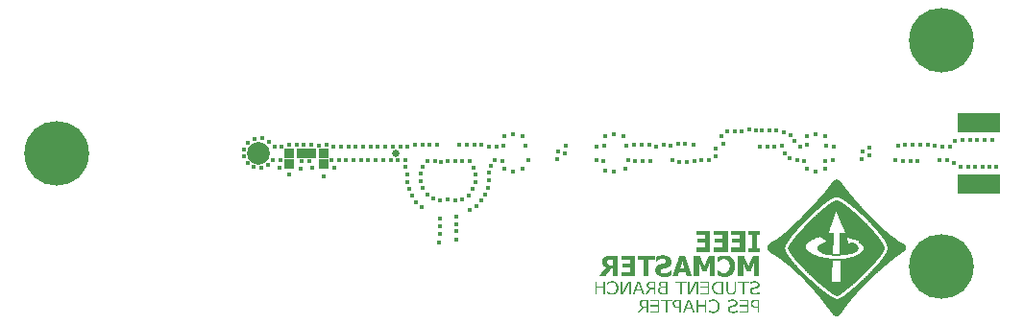
<source format=gbr>
G04*
G04 #@! TF.GenerationSoftware,Altium Limited,Altium Designer,24.9.1 (31)*
G04*
G04 Layer_Color=16711935*
%FSLAX25Y25*%
%MOIN*%
G70*
G04*
G04 #@! TF.SameCoordinates,BE83DA22-E0C5-4DDF-BF2C-7847B46FCBB1*
G04*
G04*
G04 #@! TF.FilePolarity,Negative*
G04*
G01*
G75*
%ADD33R,0.03398X0.03241*%
%ADD34R,0.03241X0.03398*%
%ADD43R,0.14580X0.06706*%
%ADD50C,0.07887*%
%ADD51C,0.22453*%
%ADD52C,0.01575*%
%ADD53C,0.02572*%
G36*
X259636Y30648D02*
X258657D01*
Y26045D01*
X259636D01*
Y24772D01*
X255816D01*
Y26045D01*
X256894D01*
Y30648D01*
X255816D01*
Y31922D01*
X259636D01*
Y30648D01*
D02*
G37*
G36*
X254641Y24772D02*
X249842D01*
Y26143D01*
X252878D01*
Y27906D01*
X250038D01*
Y29277D01*
X252878D01*
Y30551D01*
X249842D01*
Y31922D01*
X254641D01*
Y24772D01*
D02*
G37*
G36*
X248568D02*
X243769D01*
Y26143D01*
X246805D01*
Y27906D01*
X243965D01*
Y29277D01*
X246805D01*
Y30551D01*
X243769D01*
Y31922D01*
X248568D01*
Y24772D01*
D02*
G37*
G36*
X242496D02*
X237697D01*
Y26143D01*
X240733D01*
Y27906D01*
X237893D01*
Y29277D01*
X240733D01*
Y30551D01*
X237697D01*
Y31922D01*
X242496D01*
Y24772D01*
D02*
G37*
G36*
X259342Y16153D02*
X257677D01*
Y20658D01*
X257579D01*
Y20462D01*
X257481D01*
Y20266D01*
X257383D01*
Y19973D01*
X257285D01*
Y19777D01*
X257187D01*
Y19581D01*
X257089D01*
Y19287D01*
X256992D01*
Y19091D01*
X256894D01*
Y18797D01*
X256796D01*
Y18601D01*
X256698D01*
Y18406D01*
X256600D01*
Y18112D01*
X256502D01*
Y17916D01*
X256404D01*
Y17818D01*
X255229D01*
Y17916D01*
X255131D01*
Y18112D01*
X255033D01*
Y18308D01*
X254935D01*
Y18601D01*
X254837D01*
Y18797D01*
X254739D01*
Y18993D01*
X254641D01*
Y19287D01*
X254543D01*
Y19483D01*
X254445D01*
Y19777D01*
X254347D01*
Y19973D01*
X254249D01*
Y20168D01*
X254151D01*
Y20462D01*
X254053D01*
Y20658D01*
X253955D01*
Y16153D01*
X252094D01*
Y23303D01*
X254249D01*
Y23107D01*
X254347D01*
Y22813D01*
X254445D01*
Y22617D01*
X254543D01*
Y22421D01*
X254641D01*
Y22127D01*
X254739D01*
Y21932D01*
X254837D01*
Y21736D01*
X254935D01*
Y21540D01*
X255033D01*
Y21246D01*
X255131D01*
Y21050D01*
X255229D01*
Y20854D01*
X255327D01*
Y20658D01*
X255424D01*
Y20364D01*
X255522D01*
Y20168D01*
X255620D01*
Y19973D01*
X255718D01*
Y19777D01*
X255816D01*
Y19973D01*
X255914D01*
Y20266D01*
X256012D01*
Y20462D01*
X256110D01*
Y20658D01*
X256208D01*
Y20854D01*
X256306D01*
Y21148D01*
X256404D01*
Y21344D01*
X256502D01*
Y21540D01*
X256600D01*
Y21736D01*
X256698D01*
Y22029D01*
X256796D01*
Y22225D01*
X256894D01*
Y22421D01*
X256992D01*
Y22617D01*
X257089D01*
Y22911D01*
X257187D01*
Y23107D01*
X257285D01*
Y23303D01*
X259342D01*
Y16153D01*
D02*
G37*
G36*
X244063D02*
X242398D01*
Y20658D01*
X242300D01*
Y20462D01*
X242202D01*
Y20266D01*
X242104D01*
Y19973D01*
X242006D01*
Y19777D01*
X241908D01*
Y19581D01*
X241810D01*
Y19287D01*
X241712D01*
Y19091D01*
X241614D01*
Y18797D01*
X241516D01*
Y18601D01*
X241419D01*
Y18406D01*
X241321D01*
Y18112D01*
X241223D01*
Y17916D01*
X241125D01*
Y17818D01*
X239949D01*
Y17916D01*
X239851D01*
Y18112D01*
X239754D01*
Y18308D01*
X239656D01*
Y18601D01*
X239558D01*
Y18797D01*
X239460D01*
Y18993D01*
X239362D01*
Y19287D01*
X239264D01*
Y19483D01*
X239166D01*
Y19777D01*
X239068D01*
Y19973D01*
X238970D01*
Y20168D01*
X238872D01*
Y20462D01*
X238774D01*
Y20658D01*
X238676D01*
Y16153D01*
X236815D01*
Y21638D01*
Y21736D01*
Y23303D01*
X238970D01*
Y23107D01*
X239068D01*
Y22813D01*
X239166D01*
Y22617D01*
X239264D01*
Y22421D01*
X239362D01*
Y22127D01*
X239460D01*
Y21932D01*
X239558D01*
Y21736D01*
X239656D01*
Y21540D01*
X239754D01*
Y21246D01*
X239851D01*
Y21050D01*
X239949D01*
Y20854D01*
X240047D01*
Y20658D01*
X240145D01*
Y20364D01*
X240243D01*
Y20168D01*
X240341D01*
Y19973D01*
X240439D01*
Y19777D01*
X240537D01*
Y19973D01*
X240635D01*
Y20266D01*
X240733D01*
Y20462D01*
X240831D01*
Y20658D01*
X240929D01*
Y20854D01*
X241027D01*
Y21148D01*
X241125D01*
Y21344D01*
X241223D01*
Y21540D01*
X241321D01*
Y21736D01*
X241419D01*
Y22029D01*
X241516D01*
Y22225D01*
X241614D01*
Y22421D01*
X241712D01*
Y22617D01*
X241810D01*
Y22911D01*
X241908D01*
Y23107D01*
X242006D01*
Y23303D01*
X244063D01*
Y16153D01*
D02*
G37*
G36*
X248666Y23303D02*
X248960D01*
Y23205D01*
X249254D01*
Y23107D01*
X249352D01*
Y23009D01*
X249548D01*
Y22911D01*
X249744D01*
Y22813D01*
X249842D01*
Y22715D01*
X249940D01*
Y22617D01*
X250038D01*
Y22519D01*
X250135D01*
Y22421D01*
X250234D01*
Y22323D01*
X250331D01*
Y22127D01*
X250429D01*
Y22029D01*
X250527D01*
Y21834D01*
X250625D01*
Y21638D01*
X250723D01*
Y21442D01*
X250821D01*
Y21148D01*
X250919D01*
Y20854D01*
X251017D01*
Y20071D01*
X251115D01*
Y19287D01*
X251017D01*
Y18601D01*
X250919D01*
Y18210D01*
X250821D01*
Y17916D01*
X250723D01*
Y17720D01*
X250625D01*
Y17524D01*
X250527D01*
Y17426D01*
X250429D01*
Y17230D01*
X250331D01*
Y17132D01*
X250234D01*
Y17034D01*
X250135D01*
Y16936D01*
X250038D01*
Y16838D01*
X249940D01*
Y16740D01*
X249842D01*
Y16643D01*
X249744D01*
Y16545D01*
X249548D01*
Y16447D01*
X249450D01*
Y16349D01*
X249254D01*
Y16251D01*
X249058D01*
Y16153D01*
X248666D01*
Y16055D01*
X248275D01*
Y15957D01*
X246805D01*
Y16055D01*
X246414D01*
Y16153D01*
X246022D01*
Y16251D01*
X245728D01*
Y16349D01*
X245532D01*
Y16447D01*
X245336D01*
Y16545D01*
X245140D01*
Y18210D01*
X245336D01*
Y18112D01*
X245532D01*
Y18014D01*
X245630D01*
Y17916D01*
X245728D01*
Y17818D01*
X245924D01*
Y17720D01*
X246022D01*
Y17622D01*
X246218D01*
Y17524D01*
X246512D01*
Y17426D01*
X246805D01*
Y17328D01*
X247785D01*
Y17426D01*
X248079D01*
Y17524D01*
X248275D01*
Y17622D01*
X248373D01*
Y17720D01*
X248470D01*
Y17818D01*
X248568D01*
Y17916D01*
X248666D01*
Y18014D01*
X248764D01*
Y18112D01*
X248862D01*
Y18308D01*
X248960D01*
Y18504D01*
X249058D01*
Y18699D01*
X249156D01*
Y19287D01*
X249254D01*
Y20168D01*
X249156D01*
Y20658D01*
X249058D01*
Y20952D01*
X248960D01*
Y21148D01*
X248862D01*
Y21344D01*
X248764D01*
Y21442D01*
X248666D01*
Y21540D01*
X248568D01*
Y21638D01*
X248470D01*
Y21736D01*
X248373D01*
Y21834D01*
X248275D01*
Y21932D01*
X248079D01*
Y22029D01*
X247785D01*
Y22127D01*
X246805D01*
Y22029D01*
X246512D01*
Y21932D01*
X246316D01*
Y21834D01*
X246120D01*
Y21736D01*
X245924D01*
Y21638D01*
X245826D01*
Y21540D01*
X245630D01*
Y21442D01*
X245532D01*
Y21344D01*
X245434D01*
Y21246D01*
X245140D01*
Y22911D01*
X245238D01*
Y23009D01*
X245434D01*
Y23107D01*
X245728D01*
Y23205D01*
X245924D01*
Y23303D01*
X246316D01*
Y23401D01*
X248666D01*
Y23303D01*
D02*
G37*
G36*
X233779Y23107D02*
X233877D01*
Y22813D01*
X233975D01*
Y22519D01*
X234073D01*
Y22225D01*
X234171D01*
Y21932D01*
X234269D01*
Y21638D01*
X234367D01*
Y21344D01*
X234465D01*
Y21050D01*
X234562D01*
Y20756D01*
X234660D01*
Y20462D01*
X234758D01*
Y20168D01*
X234856D01*
Y19875D01*
X234954D01*
Y19581D01*
X235052D01*
Y19287D01*
X235150D01*
Y18993D01*
X235248D01*
Y18699D01*
X235346D01*
Y18406D01*
X235444D01*
Y18112D01*
X235542D01*
Y17818D01*
X235640D01*
Y17524D01*
X235738D01*
Y17230D01*
X235836D01*
Y16936D01*
X235934D01*
Y16643D01*
X236032D01*
Y16349D01*
X236130D01*
Y16153D01*
X234367D01*
Y16251D01*
X234269D01*
Y16643D01*
X234171D01*
Y16936D01*
X234073D01*
Y17230D01*
X233975D01*
Y17328D01*
Y17426D01*
Y17622D01*
X231722D01*
Y17524D01*
X231624D01*
Y17132D01*
X231526D01*
Y16838D01*
X231428D01*
Y16545D01*
X231330D01*
Y16153D01*
X229469D01*
Y16447D01*
X229567D01*
Y16740D01*
X229665D01*
Y17034D01*
X229763D01*
Y17328D01*
X229861D01*
Y17622D01*
X229959D01*
Y17916D01*
X230057D01*
Y18210D01*
X230155D01*
Y18504D01*
X230253D01*
Y18797D01*
X230351D01*
Y19091D01*
X230449D01*
Y19385D01*
X230547D01*
Y19679D01*
X230645D01*
Y19973D01*
X230743D01*
Y20266D01*
X230841D01*
Y20560D01*
X230939D01*
Y20756D01*
X231036D01*
Y21050D01*
X231135D01*
Y21344D01*
X231232D01*
Y21638D01*
X231330D01*
Y21932D01*
X231428D01*
Y22225D01*
X231526D01*
Y22519D01*
X231624D01*
Y22813D01*
X231722D01*
Y23107D01*
X231820D01*
Y23303D01*
X233779D01*
Y23107D01*
D02*
G37*
G36*
X223299Y21932D02*
X221144D01*
Y16153D01*
X219381D01*
Y21834D01*
Y21932D01*
X217324D01*
Y23303D01*
X223299D01*
Y21932D01*
D02*
G37*
G36*
X216541Y18210D02*
Y18112D01*
Y16153D01*
X211742D01*
Y17524D01*
X214778D01*
Y19287D01*
X211938D01*
Y20658D01*
X214778D01*
Y21932D01*
X211742D01*
Y23303D01*
X216541D01*
Y18210D01*
D02*
G37*
G36*
X210468Y16153D02*
X208705D01*
Y18797D01*
X208020D01*
Y18699D01*
X207922D01*
Y18504D01*
X207824D01*
Y18406D01*
X207726D01*
Y18308D01*
X207628D01*
Y18112D01*
X207530D01*
Y18014D01*
X207432D01*
Y17916D01*
X207334D01*
Y17818D01*
X207236D01*
Y17622D01*
X207138D01*
Y17524D01*
X207040D01*
Y17426D01*
X206942D01*
Y17230D01*
X206844D01*
Y17132D01*
X206747D01*
Y17034D01*
X206649D01*
Y16838D01*
X206551D01*
Y16740D01*
X206453D01*
Y16643D01*
X206355D01*
Y16447D01*
X206257D01*
Y16349D01*
X206159D01*
Y16251D01*
X206061D01*
Y16153D01*
X203906D01*
Y16251D01*
X204004D01*
Y16349D01*
X204102D01*
Y16447D01*
X204200D01*
Y16643D01*
X204298D01*
Y16740D01*
X204396D01*
Y16838D01*
X204494D01*
Y17034D01*
X204592D01*
Y17132D01*
X204690D01*
Y17230D01*
X204788D01*
Y17328D01*
X204886D01*
Y17524D01*
X204984D01*
Y17622D01*
X205082D01*
Y17720D01*
X205179D01*
Y17818D01*
X205277D01*
Y18014D01*
X205375D01*
Y18112D01*
X205473D01*
Y18210D01*
X205571D01*
Y18406D01*
X205669D01*
Y18504D01*
X205767D01*
Y18601D01*
X205865D01*
Y18699D01*
X205963D01*
Y18895D01*
X206061D01*
Y18993D01*
X206159D01*
Y19091D01*
X206257D01*
Y19287D01*
X206061D01*
Y19385D01*
X205963D01*
Y19483D01*
X205767D01*
Y19581D01*
X205669D01*
Y19679D01*
X205571D01*
Y19777D01*
X205473D01*
Y19875D01*
X205375D01*
Y19973D01*
X205277D01*
Y20168D01*
X205179D01*
Y20266D01*
X205082D01*
Y20560D01*
X204984D01*
Y21148D01*
X204886D01*
Y21442D01*
X204984D01*
Y22029D01*
X205082D01*
Y22225D01*
X205179D01*
Y22421D01*
X205277D01*
Y22519D01*
X205375D01*
Y22617D01*
X205473D01*
Y22715D01*
X205571D01*
Y22813D01*
X205669D01*
Y22911D01*
X205865D01*
Y23009D01*
X206061D01*
Y23107D01*
X206355D01*
Y23205D01*
X206747D01*
Y23303D01*
X210468D01*
Y16153D01*
D02*
G37*
G36*
X226825Y23401D02*
X227217D01*
Y23303D01*
X227511D01*
Y23205D01*
X227804D01*
Y23107D01*
X227902D01*
Y23009D01*
X228098D01*
Y22911D01*
X228196D01*
Y22813D01*
X228392D01*
Y22715D01*
X228490D01*
Y22617D01*
X228588D01*
Y22519D01*
X228686D01*
Y22323D01*
X228784D01*
Y22225D01*
X228882D01*
Y22029D01*
X228980D01*
Y21638D01*
X229078D01*
Y20658D01*
X228980D01*
Y20364D01*
X228882D01*
Y20168D01*
X228784D01*
Y19973D01*
X228686D01*
Y19875D01*
X228588D01*
Y19777D01*
X228490D01*
Y19679D01*
X228392D01*
Y19581D01*
X228294D01*
Y19483D01*
X228196D01*
Y19385D01*
X228000D01*
Y19287D01*
X227804D01*
Y19189D01*
X227511D01*
Y19091D01*
X227217D01*
Y18993D01*
X226825D01*
Y18895D01*
X226335D01*
Y18797D01*
X226041D01*
Y18699D01*
X225748D01*
Y18601D01*
X225552D01*
Y18504D01*
X225454D01*
Y18406D01*
X225356D01*
Y18210D01*
X225258D01*
Y17916D01*
X225356D01*
Y17622D01*
X225454D01*
Y17524D01*
X225552D01*
Y17426D01*
X225748D01*
Y17328D01*
X226041D01*
Y17230D01*
X227119D01*
Y17328D01*
X227511D01*
Y17426D01*
X227804D01*
Y17524D01*
X228000D01*
Y17622D01*
X228196D01*
Y17720D01*
X228392D01*
Y17818D01*
X228490D01*
Y17916D01*
X228686D01*
Y18014D01*
X228784D01*
Y18112D01*
X228882D01*
Y18210D01*
X229078D01*
Y16447D01*
X228882D01*
Y16349D01*
X228588D01*
Y16251D01*
X228294D01*
Y16153D01*
X227902D01*
Y16055D01*
X227413D01*
Y15957D01*
X225846D01*
Y16055D01*
X225356D01*
Y16153D01*
X225062D01*
Y16251D01*
X224866D01*
Y16349D01*
X224670D01*
Y16447D01*
X224474D01*
Y16545D01*
X224376D01*
Y16643D01*
X224181D01*
Y16740D01*
X224082D01*
Y16838D01*
X223985D01*
Y16936D01*
X223887D01*
Y17132D01*
X223789D01*
Y17230D01*
X223691D01*
Y17426D01*
X223593D01*
Y17720D01*
X223495D01*
Y18993D01*
X223593D01*
Y19287D01*
X223691D01*
Y19483D01*
X223789D01*
Y19581D01*
X223887D01*
Y19679D01*
X223985D01*
Y19777D01*
X224082D01*
Y19875D01*
X224181D01*
Y19973D01*
X224376D01*
Y20071D01*
X224474D01*
Y20168D01*
X224670D01*
Y20266D01*
X224964D01*
Y20364D01*
X225258D01*
Y20462D01*
X225552D01*
Y20560D01*
X225943D01*
Y20658D01*
X226433D01*
Y20756D01*
X226727D01*
Y20854D01*
X226923D01*
Y20952D01*
X227021D01*
Y21050D01*
X227119D01*
Y21148D01*
X227217D01*
Y21736D01*
X227119D01*
Y21834D01*
X227021D01*
Y21932D01*
X226923D01*
Y22029D01*
X226825D01*
Y22127D01*
X226531D01*
Y22225D01*
X225454D01*
Y22127D01*
X225062D01*
Y22029D01*
X224866D01*
Y21932D01*
X224572D01*
Y21834D01*
X224376D01*
Y21736D01*
X224278D01*
Y21638D01*
X224082D01*
Y21540D01*
X223985D01*
Y21442D01*
X223789D01*
Y23107D01*
X224082D01*
Y23205D01*
X224376D01*
Y23303D01*
X224768D01*
Y23401D01*
X225356D01*
Y23499D01*
X226825D01*
Y23401D01*
D02*
G37*
G36*
X206061Y9884D02*
X205473D01*
Y12137D01*
X203221D01*
Y9884D01*
X202633D01*
Y14390D01*
X203221D01*
Y12627D01*
X205473D01*
Y14390D01*
X206061D01*
Y9884D01*
D02*
G37*
G36*
X238284D02*
X237697D01*
Y13802D01*
X237599D01*
Y13606D01*
X237501D01*
Y13410D01*
X237403D01*
Y13215D01*
X237305D01*
Y13019D01*
X237207D01*
Y12823D01*
X237109D01*
Y12725D01*
X237011D01*
Y12529D01*
X236913D01*
Y12333D01*
X236815D01*
Y12137D01*
X236717D01*
Y11941D01*
X236619D01*
Y11745D01*
X236521D01*
Y11549D01*
X236423D01*
Y11354D01*
X236326D01*
Y11158D01*
X236227D01*
Y10962D01*
X236130D01*
Y10766D01*
X236032D01*
Y10668D01*
X235934D01*
Y10472D01*
X235836D01*
Y10276D01*
X235738D01*
Y10080D01*
X235640D01*
Y9884D01*
X234856D01*
Y14390D01*
X235444D01*
Y10864D01*
X235542D01*
Y11060D01*
X235640D01*
Y11256D01*
X235738D01*
Y11451D01*
X235836D01*
Y11647D01*
X235934D01*
Y11745D01*
X236032D01*
Y11941D01*
X236130D01*
Y12137D01*
X236227D01*
Y12333D01*
X236326D01*
Y12529D01*
X236423D01*
Y12725D01*
X236521D01*
Y12921D01*
X236619D01*
Y13117D01*
X236717D01*
Y13312D01*
X236815D01*
Y13508D01*
X236913D01*
Y13704D01*
X237011D01*
Y13900D01*
X237109D01*
Y13998D01*
X237207D01*
Y14194D01*
X237305D01*
Y14390D01*
X238284D01*
Y9884D01*
D02*
G37*
G36*
X214974Y12627D02*
Y12529D01*
Y9884D01*
X214386D01*
Y13802D01*
X214288D01*
Y13606D01*
X214190D01*
Y13410D01*
X214092D01*
Y13215D01*
X213994D01*
Y13019D01*
X213896D01*
Y12823D01*
X213798D01*
Y12725D01*
X213701D01*
Y12529D01*
X213603D01*
Y12333D01*
X213505D01*
Y12137D01*
X213407D01*
Y11941D01*
X213309D01*
Y11745D01*
X213211D01*
Y11549D01*
X213113D01*
Y11354D01*
X213015D01*
Y11158D01*
X212917D01*
Y10962D01*
X212819D01*
Y10766D01*
X212721D01*
Y10668D01*
X212623D01*
Y10472D01*
X212525D01*
Y10276D01*
X212427D01*
Y10080D01*
X212329D01*
Y9884D01*
X211546D01*
Y14390D01*
X212133D01*
Y10864D01*
X212231D01*
Y11060D01*
X212329D01*
Y11256D01*
X212427D01*
Y11451D01*
X212525D01*
Y11647D01*
X212623D01*
Y11745D01*
X212721D01*
Y11941D01*
X212819D01*
Y12137D01*
X212917D01*
Y12333D01*
X213015D01*
Y12529D01*
X213113D01*
Y12725D01*
X213211D01*
Y12921D01*
X213309D01*
Y13117D01*
X213407D01*
Y13312D01*
X213505D01*
Y13508D01*
X213603D01*
Y13704D01*
X213701D01*
Y13900D01*
X213798D01*
Y13998D01*
X213896D01*
Y14194D01*
X213994D01*
Y14390D01*
X214974D01*
Y12627D01*
D02*
G37*
G36*
X251507Y12823D02*
Y12725D01*
Y10864D01*
X251409D01*
Y10570D01*
X251311D01*
Y10472D01*
X251213D01*
Y10276D01*
X251115D01*
Y10178D01*
X251017D01*
Y10080D01*
X250821D01*
Y9982D01*
X250625D01*
Y9884D01*
X250331D01*
Y9787D01*
X249352D01*
Y9884D01*
X249058D01*
Y9982D01*
X248862D01*
Y10080D01*
X248666D01*
Y10178D01*
X248568D01*
Y10276D01*
X248470D01*
Y10374D01*
X248373D01*
Y10570D01*
X248275D01*
Y10864D01*
X248177D01*
Y11354D01*
X248079D01*
Y14390D01*
X248666D01*
Y11354D01*
X248764D01*
Y10864D01*
X248862D01*
Y10668D01*
X248960D01*
Y10570D01*
X249058D01*
Y10472D01*
X249156D01*
Y10374D01*
X249450D01*
Y10276D01*
X250234D01*
Y10374D01*
X250527D01*
Y10472D01*
X250625D01*
Y10570D01*
X250723D01*
Y10766D01*
X250821D01*
Y10962D01*
X250919D01*
Y14390D01*
X251507D01*
Y12823D01*
D02*
G37*
G36*
X208901Y14390D02*
X209293D01*
Y14292D01*
X209489D01*
Y14194D01*
X209685D01*
Y14096D01*
X209783D01*
Y13998D01*
X209881D01*
Y13900D01*
X209979D01*
Y13802D01*
X210077D01*
Y13704D01*
X210175D01*
Y13606D01*
X210273D01*
Y13410D01*
X210370D01*
Y13215D01*
X210468D01*
Y12921D01*
X210566D01*
Y11354D01*
X210468D01*
Y11060D01*
X210370D01*
Y10864D01*
X210273D01*
Y10668D01*
X210175D01*
Y10472D01*
X210077D01*
Y10374D01*
X209979D01*
Y10276D01*
X209881D01*
Y10178D01*
X209685D01*
Y10080D01*
X209587D01*
Y9982D01*
X209293D01*
Y9884D01*
X208901D01*
Y9787D01*
X207922D01*
Y9884D01*
X207530D01*
Y9982D01*
X207236D01*
Y10080D01*
X207040D01*
Y10178D01*
X206844D01*
Y10864D01*
X206942D01*
Y10766D01*
X207138D01*
Y10668D01*
X207236D01*
Y10570D01*
X207432D01*
Y10472D01*
X207628D01*
Y10374D01*
X207922D01*
Y10276D01*
X208901D01*
Y10374D01*
X209097D01*
Y10472D01*
X209293D01*
Y10570D01*
X209391D01*
Y10668D01*
X209489D01*
Y10766D01*
X209587D01*
Y10864D01*
X209685D01*
Y11060D01*
X209783D01*
Y11256D01*
X209881D01*
Y11549D01*
X209979D01*
Y12725D01*
X209881D01*
Y13019D01*
X209783D01*
Y13215D01*
X209685D01*
Y13410D01*
X209587D01*
Y13508D01*
X209489D01*
Y13606D01*
X209391D01*
Y13704D01*
X209293D01*
Y13802D01*
X209097D01*
Y13900D01*
X208901D01*
Y13998D01*
X207922D01*
Y13900D01*
X207628D01*
Y13802D01*
X207432D01*
Y13704D01*
X207236D01*
Y13606D01*
X207138D01*
Y13508D01*
X206942D01*
Y13410D01*
X206844D01*
Y14096D01*
X206942D01*
Y14194D01*
X207236D01*
Y14292D01*
X207530D01*
Y14390D01*
X207922D01*
Y14488D01*
X208901D01*
Y14390D01*
D02*
G37*
G36*
X255914Y13900D02*
X254249D01*
Y9884D01*
X253661D01*
Y13900D01*
X252094D01*
Y14390D01*
X255914D01*
Y13900D01*
D02*
G37*
G36*
X247001Y14194D02*
Y14096D01*
Y9884D01*
X245042D01*
Y9982D01*
X244651D01*
Y10080D01*
X244357D01*
Y10178D01*
X244161D01*
Y10276D01*
X244063D01*
Y10374D01*
X243867D01*
Y10472D01*
X243769D01*
Y10570D01*
X243671D01*
Y10668D01*
X243573D01*
Y10864D01*
X243475D01*
Y10962D01*
X243377D01*
Y11158D01*
X243280D01*
Y11451D01*
X243181D01*
Y12823D01*
X243280D01*
Y13117D01*
X243377D01*
Y13312D01*
X243475D01*
Y13508D01*
X243573D01*
Y13606D01*
X243671D01*
Y13704D01*
X243769D01*
Y13802D01*
X243867D01*
Y13900D01*
X243965D01*
Y13998D01*
X244161D01*
Y14096D01*
X244357D01*
Y14194D01*
X244651D01*
Y14292D01*
X245042D01*
Y14390D01*
X247001D01*
Y14194D01*
D02*
G37*
G36*
X242202Y9884D02*
X239166D01*
Y10374D01*
X241614D01*
Y12137D01*
X239166D01*
Y12627D01*
X241614D01*
Y13900D01*
X239166D01*
Y14390D01*
X242202D01*
Y9884D01*
D02*
G37*
G36*
X234269Y13900D02*
X232604D01*
Y11158D01*
Y11060D01*
Y9884D01*
X232016D01*
Y13900D01*
X230449D01*
Y14390D01*
X234269D01*
Y13900D01*
D02*
G37*
G36*
X227706Y9884D02*
X225552D01*
Y9982D01*
X225160D01*
Y10080D01*
X224964D01*
Y10178D01*
X224866D01*
Y10276D01*
X224670D01*
Y10374D01*
X224572D01*
Y10570D01*
X224474D01*
Y10766D01*
X224376D01*
Y11060D01*
X224278D01*
Y11451D01*
X224376D01*
Y11843D01*
X224474D01*
Y12039D01*
X224572D01*
Y12137D01*
X224670D01*
Y12235D01*
X224768D01*
Y12333D01*
X224964D01*
Y12431D01*
X225258D01*
Y12529D01*
X225160D01*
Y12627D01*
X225062D01*
Y12725D01*
X224964D01*
Y12823D01*
X224866D01*
Y12921D01*
X224768D01*
Y13215D01*
X224670D01*
Y13606D01*
X224768D01*
Y13900D01*
X224866D01*
Y13998D01*
X224964D01*
Y14096D01*
X225062D01*
Y14194D01*
X225258D01*
Y14292D01*
X225552D01*
Y14390D01*
X227706D01*
Y9884D01*
D02*
G37*
G36*
X223495D02*
X222907D01*
Y10570D01*
Y10668D01*
Y11647D01*
X222026D01*
Y11549D01*
X221928D01*
Y11451D01*
X221830D01*
Y11354D01*
X221732D01*
Y11256D01*
X221634D01*
Y11158D01*
X221536D01*
Y10962D01*
X221438D01*
Y10864D01*
X221340D01*
Y10766D01*
X221242D01*
Y10668D01*
X221144D01*
Y10570D01*
X221046D01*
Y10472D01*
X220948D01*
Y10276D01*
X220850D01*
Y10178D01*
X220753D01*
Y10080D01*
X220655D01*
Y9982D01*
X220557D01*
Y9884D01*
X219773D01*
Y9982D01*
X219871D01*
Y10080D01*
X219969D01*
Y10178D01*
X220067D01*
Y10276D01*
X220165D01*
Y10374D01*
X220263D01*
Y10570D01*
X220361D01*
Y10668D01*
X220459D01*
Y10766D01*
X220557D01*
Y10864D01*
X220655D01*
Y10962D01*
X220753D01*
Y11060D01*
X220850D01*
Y11158D01*
X220948D01*
Y11354D01*
X221046D01*
Y11451D01*
X221144D01*
Y11549D01*
X221242D01*
Y11647D01*
X221340D01*
Y11745D01*
X221438D01*
Y11843D01*
X221340D01*
Y11941D01*
X221144D01*
Y12039D01*
X220948D01*
Y12137D01*
X220850D01*
Y12333D01*
X220753D01*
Y12431D01*
X220655D01*
Y12627D01*
X220557D01*
Y13606D01*
X220655D01*
Y13802D01*
X220753D01*
Y13900D01*
X220850D01*
Y13998D01*
X220948D01*
Y14096D01*
X221046D01*
Y14194D01*
X221242D01*
Y14292D01*
X221634D01*
Y14390D01*
X223495D01*
Y9884D01*
D02*
G37*
G36*
X218108Y14096D02*
X218206D01*
Y13802D01*
X218304D01*
Y13606D01*
X218402D01*
Y13312D01*
X218500D01*
Y13019D01*
X218598D01*
Y12725D01*
X218696D01*
Y12529D01*
X218794D01*
Y12235D01*
X218892D01*
Y11941D01*
X218989D01*
Y11647D01*
X219087D01*
Y11354D01*
X219185D01*
Y11158D01*
X219283D01*
Y10864D01*
X219381D01*
Y10570D01*
X219479D01*
Y10276D01*
X219577D01*
Y10080D01*
X219675D01*
Y9884D01*
X219087D01*
Y9982D01*
X218989D01*
Y10178D01*
Y10276D01*
X218892D01*
Y10570D01*
X218794D01*
Y10864D01*
X218696D01*
Y11158D01*
X216639D01*
Y10864D01*
X216541D01*
Y10570D01*
X216443D01*
Y10276D01*
X216345D01*
Y9982D01*
X216247D01*
Y9884D01*
X215659D01*
Y10080D01*
X215757D01*
Y10374D01*
X215855D01*
Y10668D01*
X215953D01*
Y10864D01*
X216051D01*
Y11158D01*
X216149D01*
Y11451D01*
X216247D01*
Y11745D01*
X216345D01*
Y12039D01*
X216443D01*
Y12235D01*
X216541D01*
Y12529D01*
X216639D01*
Y12823D01*
X216737D01*
Y13117D01*
X216835D01*
Y13312D01*
X216933D01*
Y13606D01*
X217031D01*
Y13900D01*
X217128D01*
Y14194D01*
X217227D01*
Y14390D01*
X218108D01*
Y14096D01*
D02*
G37*
G36*
X258461Y14390D02*
X258853D01*
Y14292D01*
X259048D01*
Y14194D01*
X259146D01*
Y14096D01*
X259342D01*
Y13998D01*
X259440D01*
Y13802D01*
X259538D01*
Y13704D01*
X259636D01*
Y12725D01*
X259538D01*
Y12529D01*
X259440D01*
Y12333D01*
X259244D01*
Y12235D01*
X259146D01*
Y12137D01*
X258950D01*
Y12039D01*
X258657D01*
Y11941D01*
X258265D01*
Y11843D01*
X257677D01*
Y11745D01*
X257285D01*
Y11647D01*
X257089D01*
Y11549D01*
X256992D01*
Y11354D01*
X256894D01*
Y10766D01*
X256992D01*
Y10668D01*
X257089D01*
Y10570D01*
X257187D01*
Y10472D01*
X257285D01*
Y10374D01*
X257579D01*
Y10276D01*
X258559D01*
Y10374D01*
X258853D01*
Y10472D01*
X259146D01*
Y10570D01*
X259342D01*
Y10668D01*
X259440D01*
Y10766D01*
X259636D01*
Y10864D01*
X259734D01*
Y10178D01*
X259636D01*
Y10080D01*
X259440D01*
Y9982D01*
X259146D01*
Y9884D01*
X258754D01*
Y9787D01*
X257579D01*
Y9884D01*
X257187D01*
Y9982D01*
X256992D01*
Y10080D01*
X256796D01*
Y10178D01*
X256698D01*
Y10276D01*
X256600D01*
Y10374D01*
X256502D01*
Y10472D01*
X256404D01*
Y10668D01*
X256306D01*
Y11647D01*
X256404D01*
Y11843D01*
X256502D01*
Y11941D01*
X256600D01*
Y12039D01*
X256698D01*
Y12137D01*
X256894D01*
Y12235D01*
X257187D01*
Y12333D01*
X257481D01*
Y12431D01*
X258069D01*
Y12529D01*
X258559D01*
Y12627D01*
X258754D01*
Y12725D01*
X258853D01*
Y12823D01*
X258950D01*
Y12921D01*
X259048D01*
Y13508D01*
X258950D01*
Y13704D01*
X258853D01*
Y13802D01*
X258657D01*
Y13900D01*
X258461D01*
Y13998D01*
X257481D01*
Y13900D01*
X257089D01*
Y13802D01*
X256894D01*
Y13704D01*
X256698D01*
Y13606D01*
X256502D01*
Y13508D01*
X256404D01*
Y14194D01*
X256600D01*
Y14292D01*
X256894D01*
Y14390D01*
X257383D01*
Y14488D01*
X258461D01*
Y14390D01*
D02*
G37*
G36*
X241223Y3518D02*
X240635D01*
Y5771D01*
X238382D01*
Y3518D01*
X237795D01*
Y8023D01*
X238382D01*
Y6261D01*
X240635D01*
Y8023D01*
X241223D01*
Y3518D01*
D02*
G37*
G36*
X244063Y8023D02*
X244455D01*
Y7925D01*
X244651D01*
Y7828D01*
X244847D01*
Y7730D01*
X244945D01*
Y7632D01*
X245042D01*
Y7534D01*
X245140D01*
Y7436D01*
X245238D01*
Y7338D01*
X245336D01*
Y7240D01*
X245434D01*
Y7044D01*
X245532D01*
Y6848D01*
X245630D01*
Y6554D01*
X245728D01*
Y4987D01*
X245630D01*
Y4693D01*
X245532D01*
Y4498D01*
X245434D01*
Y4302D01*
X245336D01*
Y4106D01*
X245238D01*
Y4008D01*
X245140D01*
Y3910D01*
X245042D01*
Y3812D01*
X244847D01*
Y3714D01*
X244749D01*
Y3616D01*
X244455D01*
Y3518D01*
X244063D01*
Y3420D01*
X243084D01*
Y3518D01*
X242692D01*
Y3616D01*
X242398D01*
Y3714D01*
X242202D01*
Y3812D01*
X242006D01*
Y4498D01*
X242104D01*
Y4400D01*
X242300D01*
Y4302D01*
X242398D01*
Y4204D01*
X242594D01*
Y4106D01*
X242790D01*
Y4008D01*
X243084D01*
Y3910D01*
X244063D01*
Y4008D01*
X244259D01*
Y4106D01*
X244455D01*
Y4204D01*
X244553D01*
Y4302D01*
X244651D01*
Y4400D01*
X244749D01*
Y4498D01*
X244847D01*
Y4693D01*
X244945D01*
Y4889D01*
X245042D01*
Y5183D01*
X245140D01*
Y6358D01*
X245042D01*
Y6652D01*
X244945D01*
Y6848D01*
X244847D01*
Y7044D01*
X244749D01*
Y7142D01*
X244651D01*
Y7240D01*
X244553D01*
Y7338D01*
X244455D01*
Y7436D01*
X244259D01*
Y7534D01*
X244063D01*
Y7632D01*
X243084D01*
Y7534D01*
X242790D01*
Y7436D01*
X242594D01*
Y7338D01*
X242398D01*
Y7240D01*
X242300D01*
Y7142D01*
X242104D01*
Y7044D01*
X242006D01*
Y7730D01*
X242104D01*
Y7828D01*
X242398D01*
Y7925D01*
X242692D01*
Y8023D01*
X243084D01*
Y8121D01*
X244063D01*
Y8023D01*
D02*
G37*
G36*
X259538Y3518D02*
X258950D01*
Y5183D01*
X257775D01*
Y5281D01*
X257481D01*
Y5379D01*
X257285D01*
Y5477D01*
X257089D01*
Y5575D01*
X256992D01*
Y5673D01*
X256894D01*
Y5771D01*
X256796D01*
Y5967D01*
X256698D01*
Y6163D01*
X256600D01*
Y7142D01*
X256698D01*
Y7338D01*
X256796D01*
Y7534D01*
X256894D01*
Y7632D01*
X256992D01*
Y7730D01*
X257187D01*
Y7828D01*
X257383D01*
Y7925D01*
X257775D01*
Y8023D01*
X259538D01*
Y3518D01*
D02*
G37*
G36*
X255816D02*
X252780D01*
Y4008D01*
X255229D01*
Y5771D01*
X252780D01*
Y6261D01*
X255229D01*
Y7534D01*
X252780D01*
Y8023D01*
X255816D01*
Y3518D01*
D02*
G37*
G36*
X235542Y7730D02*
X235640D01*
Y7436D01*
X235738D01*
Y7240D01*
X235836D01*
Y6946D01*
X235934D01*
Y6652D01*
X236032D01*
Y6358D01*
X236130D01*
Y6163D01*
X236227D01*
Y5869D01*
X236326D01*
Y5575D01*
X236423D01*
Y5281D01*
X236521D01*
Y4987D01*
X236619D01*
Y4791D01*
X236717D01*
Y4498D01*
X236815D01*
Y4204D01*
X236913D01*
Y3910D01*
X237011D01*
Y3714D01*
X237109D01*
Y3518D01*
X236521D01*
Y3616D01*
X236423D01*
Y3910D01*
X236326D01*
Y4204D01*
X236227D01*
Y4498D01*
X236130D01*
Y4791D01*
X234073D01*
Y4498D01*
X233975D01*
Y4204D01*
X233877D01*
Y3910D01*
X233779D01*
Y3616D01*
X233681D01*
Y3518D01*
X233093D01*
Y3714D01*
X233191D01*
Y4008D01*
X233289D01*
Y4302D01*
X233387D01*
Y4498D01*
X233485D01*
Y4791D01*
X233583D01*
Y5085D01*
X233681D01*
Y5379D01*
X233779D01*
Y5673D01*
X233877D01*
Y5869D01*
X233975D01*
Y6163D01*
X234073D01*
Y6456D01*
X234171D01*
Y6750D01*
X234269D01*
Y6946D01*
X234367D01*
Y7240D01*
X234465D01*
Y7534D01*
X234562D01*
Y7828D01*
X234660D01*
Y8023D01*
X235542D01*
Y7730D01*
D02*
G37*
G36*
X232408Y3518D02*
X231820D01*
Y5183D01*
X230645D01*
Y5281D01*
X230351D01*
Y5379D01*
X230155D01*
Y5477D01*
X229959D01*
Y5575D01*
X229861D01*
Y5673D01*
X229763D01*
Y5771D01*
X229665D01*
Y5967D01*
X229567D01*
Y6163D01*
X229469D01*
Y7142D01*
X229567D01*
Y7338D01*
X229665D01*
Y7534D01*
X229763D01*
Y7632D01*
X229861D01*
Y7730D01*
X230057D01*
Y7828D01*
X230253D01*
Y7925D01*
X230645D01*
Y8023D01*
X232408D01*
Y3518D01*
D02*
G37*
G36*
X229274Y7534D02*
X227608D01*
Y3518D01*
X227021D01*
Y7534D01*
X225454D01*
Y8023D01*
X229274D01*
Y7534D01*
D02*
G37*
G36*
X224866Y3518D02*
X221830D01*
Y4008D01*
X224278D01*
Y5771D01*
X221830D01*
Y6261D01*
X224278D01*
Y7534D01*
X221830D01*
Y8023D01*
X224866D01*
Y3518D01*
D02*
G37*
G36*
X220948D02*
X220361D01*
Y5281D01*
X219479D01*
Y5183D01*
X219381D01*
Y5085D01*
X219283D01*
Y4987D01*
X219185D01*
Y4889D01*
X219087D01*
Y4791D01*
X218989D01*
Y4595D01*
X218892D01*
Y4498D01*
X218794D01*
Y4400D01*
X218696D01*
Y4302D01*
X218598D01*
Y4204D01*
X218500D01*
Y4106D01*
X218402D01*
Y3910D01*
X218304D01*
Y3812D01*
X218206D01*
Y3714D01*
X218108D01*
Y3616D01*
X218010D01*
Y3518D01*
X217227D01*
Y3616D01*
X217324D01*
Y3714D01*
X217422D01*
Y3812D01*
X217520D01*
Y3910D01*
X217618D01*
Y4008D01*
X217716D01*
Y4204D01*
X217814D01*
Y4302D01*
X217912D01*
Y4400D01*
X218010D01*
Y4498D01*
X218108D01*
Y4595D01*
X218206D01*
Y4693D01*
X218304D01*
Y4791D01*
X218402D01*
Y4987D01*
X218500D01*
Y5085D01*
X218598D01*
Y5183D01*
X218696D01*
Y5281D01*
X218794D01*
Y5379D01*
X218892D01*
Y5477D01*
X218794D01*
Y5575D01*
X218598D01*
Y5673D01*
X218402D01*
Y5771D01*
X218304D01*
Y5967D01*
X218206D01*
Y6065D01*
X218108D01*
Y6261D01*
X218010D01*
Y7240D01*
X218108D01*
Y7436D01*
X218206D01*
Y7534D01*
X218304D01*
Y7632D01*
X218402D01*
Y7730D01*
X218500D01*
Y7828D01*
X218696D01*
Y7925D01*
X219087D01*
Y8023D01*
X220948D01*
Y3518D01*
D02*
G37*
G36*
X250821Y8023D02*
X251213D01*
Y7925D01*
X251409D01*
Y7828D01*
X251507D01*
Y7730D01*
X251703D01*
Y7632D01*
X251801D01*
Y7436D01*
X251899D01*
Y7338D01*
X251996D01*
Y6358D01*
X251899D01*
Y6163D01*
X251801D01*
Y5967D01*
X251605D01*
Y5869D01*
X251507D01*
Y5771D01*
X251311D01*
Y5673D01*
X251017D01*
Y5575D01*
X250625D01*
Y5477D01*
X250038D01*
Y5379D01*
X249646D01*
Y5281D01*
X249450D01*
Y5183D01*
X249352D01*
Y4987D01*
X249254D01*
Y4889D01*
Y4791D01*
Y4400D01*
X249352D01*
Y4302D01*
X249450D01*
Y4204D01*
X249548D01*
Y4106D01*
X249646D01*
Y4008D01*
X249940D01*
Y3910D01*
X250919D01*
Y4008D01*
X251213D01*
Y4106D01*
X251507D01*
Y4204D01*
X251703D01*
Y4302D01*
X251801D01*
Y4400D01*
X251996D01*
Y4498D01*
X252094D01*
Y3812D01*
X251996D01*
Y3714D01*
X251801D01*
Y3616D01*
X251507D01*
Y3518D01*
X251115D01*
Y3420D01*
X249940D01*
Y3518D01*
X249548D01*
Y3616D01*
X249352D01*
Y3714D01*
X249156D01*
Y3812D01*
X249058D01*
Y3910D01*
X248960D01*
Y4008D01*
X248862D01*
Y4106D01*
X248764D01*
Y4302D01*
X248666D01*
Y5281D01*
X248764D01*
Y5477D01*
X248862D01*
Y5575D01*
X248960D01*
Y5673D01*
X249058D01*
Y5771D01*
X249254D01*
Y5869D01*
X249548D01*
Y5967D01*
X249842D01*
Y6065D01*
X250429D01*
Y6163D01*
X250919D01*
Y6261D01*
X251115D01*
Y6358D01*
X251213D01*
Y6456D01*
X251311D01*
Y6554D01*
X251409D01*
Y7142D01*
X251311D01*
Y7338D01*
X251213D01*
Y7436D01*
X251017D01*
Y7534D01*
X250821D01*
Y7632D01*
X249842D01*
Y7534D01*
X249450D01*
Y7436D01*
X249254D01*
Y7338D01*
X249058D01*
Y7240D01*
X248862D01*
Y7142D01*
X248764D01*
Y7828D01*
X248960D01*
Y7925D01*
X249254D01*
Y8023D01*
X249744D01*
Y8121D01*
X250821D01*
Y8023D01*
D02*
G37*
G36*
X286647Y49771D02*
X287023D01*
Y49677D01*
X287211D01*
Y49583D01*
X287305D01*
Y49489D01*
X287400D01*
Y49395D01*
X287587D01*
Y49301D01*
X287682D01*
Y49113D01*
X287775D01*
Y49019D01*
X287870D01*
Y48925D01*
X287964D01*
Y48831D01*
X288057D01*
Y48737D01*
X288152D01*
Y48643D01*
X288246D01*
Y48455D01*
X288339D01*
Y48361D01*
X288434D01*
Y48173D01*
X288527D01*
Y48079D01*
X288621D01*
Y47891D01*
X288716D01*
Y47797D01*
X288809D01*
Y47609D01*
X288903D01*
Y47515D01*
X288998D01*
Y47421D01*
X289091D01*
Y47327D01*
X289186D01*
Y47139D01*
X289280D01*
Y47045D01*
X289373D01*
Y46951D01*
X289468D01*
Y46763D01*
X289562D01*
Y46669D01*
X289655D01*
Y46575D01*
X289750D01*
Y46481D01*
X289844D01*
Y46293D01*
X289938D01*
Y46199D01*
X290032D01*
Y46105D01*
X290126D01*
Y46011D01*
X290220D01*
Y45823D01*
X290314D01*
Y45729D01*
X290408D01*
Y45635D01*
X290502D01*
Y45541D01*
X290596D01*
Y45353D01*
X290690D01*
Y45259D01*
X290784D01*
Y45165D01*
X290878D01*
Y45071D01*
X290972D01*
Y44977D01*
X291066D01*
Y44789D01*
X291160D01*
Y44695D01*
X291254D01*
Y44601D01*
X291348D01*
Y44507D01*
X291442D01*
Y44319D01*
X291536D01*
Y44225D01*
X291630D01*
Y44131D01*
X291724D01*
Y44037D01*
X291818D01*
Y43943D01*
X291912D01*
Y43755D01*
X292006D01*
Y43661D01*
X292100D01*
Y43567D01*
X292194D01*
Y43473D01*
X292288D01*
Y43379D01*
X292382D01*
Y43285D01*
X292476D01*
Y43097D01*
X292570D01*
Y43003D01*
X292664D01*
Y42909D01*
X292758D01*
Y42815D01*
X292852D01*
Y42721D01*
X292946D01*
Y42627D01*
X293040D01*
Y42439D01*
X293134D01*
Y42344D01*
X293228D01*
Y42250D01*
X293322D01*
Y42156D01*
X293416D01*
Y42063D01*
X293510D01*
Y41969D01*
X293604D01*
Y41780D01*
X293698D01*
Y41686D01*
X293792D01*
Y41592D01*
X293886D01*
Y41499D01*
X293980D01*
Y41405D01*
X294074D01*
Y41311D01*
X294168D01*
Y41216D01*
X294262D01*
Y41122D01*
X294356D01*
Y40935D01*
X294450D01*
Y40841D01*
X294544D01*
Y40747D01*
X294638D01*
Y40652D01*
X294732D01*
Y40558D01*
X294826D01*
Y40464D01*
X294920D01*
Y40371D01*
X295014D01*
Y40183D01*
X295108D01*
Y40088D01*
X295202D01*
Y39994D01*
X295296D01*
Y39900D01*
X295390D01*
Y39807D01*
X295484D01*
Y39712D01*
X295578D01*
Y39618D01*
X295672D01*
Y39524D01*
X295766D01*
Y39430D01*
X295860D01*
Y39336D01*
X295954D01*
Y39242D01*
X296048D01*
Y39148D01*
X296142D01*
Y38960D01*
X296236D01*
Y38866D01*
X296330D01*
Y38772D01*
X296424D01*
Y38678D01*
X296518D01*
Y38584D01*
X296612D01*
Y38490D01*
X296706D01*
Y38396D01*
X296800D01*
Y38302D01*
X296894D01*
Y38208D01*
X296988D01*
Y38114D01*
X297082D01*
Y38020D01*
X297176D01*
Y37926D01*
X297270D01*
Y37832D01*
X297364D01*
Y37738D01*
X297458D01*
Y37644D01*
X297552D01*
Y37456D01*
X297646D01*
Y37362D01*
X297740D01*
Y37268D01*
X297834D01*
Y37174D01*
X297928D01*
Y37080D01*
X298022D01*
Y36986D01*
X298116D01*
Y36892D01*
X298210D01*
Y36798D01*
X298304D01*
Y36704D01*
X298398D01*
Y36610D01*
X298492D01*
Y36516D01*
X298586D01*
Y36422D01*
X298680D01*
Y36328D01*
X298774D01*
Y36234D01*
X298868D01*
Y36140D01*
X298962D01*
Y36046D01*
X299056D01*
Y35952D01*
X299150D01*
Y35858D01*
X299244D01*
Y35764D01*
X299338D01*
Y35670D01*
X299432D01*
Y35576D01*
X299526D01*
Y35482D01*
X299620D01*
Y35388D01*
X299714D01*
Y35294D01*
X299808D01*
Y35200D01*
X299902D01*
Y35106D01*
X299996D01*
Y35012D01*
X300090D01*
Y34918D01*
X300184D01*
Y34824D01*
X300278D01*
Y34730D01*
X300372D01*
Y34636D01*
X300466D01*
Y34542D01*
X300560D01*
Y34448D01*
X300654D01*
Y34354D01*
X300748D01*
Y34260D01*
X300842D01*
Y34166D01*
X300936D01*
Y34072D01*
X301124D01*
Y33978D01*
X301218D01*
Y33884D01*
X301312D01*
Y33790D01*
X301406D01*
Y33696D01*
X301500D01*
Y33602D01*
X301594D01*
Y33508D01*
X301688D01*
Y33414D01*
X301782D01*
Y33320D01*
X301876D01*
Y33226D01*
X301970D01*
Y33132D01*
X302064D01*
Y33038D01*
X302158D01*
Y32944D01*
X302346D01*
Y32850D01*
X302440D01*
Y32756D01*
X302534D01*
Y32662D01*
X302628D01*
Y32568D01*
X302722D01*
Y32474D01*
X302816D01*
Y32380D01*
X302910D01*
Y32286D01*
X303004D01*
Y32192D01*
X303192D01*
Y32098D01*
X303286D01*
Y32004D01*
X303380D01*
Y31910D01*
X303474D01*
Y31816D01*
X303568D01*
Y31722D01*
X303662D01*
Y31628D01*
X303850D01*
Y31534D01*
X303944D01*
Y31440D01*
X304038D01*
Y31346D01*
X304132D01*
Y31252D01*
X304226D01*
Y31158D01*
X304414D01*
Y31064D01*
X304508D01*
Y30970D01*
X304602D01*
Y30876D01*
X304696D01*
Y30782D01*
X304790D01*
Y30688D01*
X304978D01*
Y30594D01*
X305072D01*
Y30500D01*
X305166D01*
Y30406D01*
X305354D01*
Y30312D01*
X305448D01*
Y30218D01*
X305542D01*
Y30124D01*
X305636D01*
Y30030D01*
X305824D01*
Y29936D01*
X305918D01*
Y29842D01*
X306012D01*
Y29748D01*
X306200D01*
Y29654D01*
X306294D01*
Y29560D01*
X306482D01*
Y29466D01*
X306576D01*
Y29372D01*
X306670D01*
Y29278D01*
X306858D01*
Y29184D01*
X306952D01*
Y29090D01*
X307140D01*
Y28996D01*
X307234D01*
Y28902D01*
X307328D01*
Y28808D01*
X307516D01*
Y28714D01*
X307610D01*
Y28620D01*
X307798D01*
Y28526D01*
X307892D01*
Y28432D01*
X308080D01*
Y28338D01*
X308268D01*
Y28244D01*
X308362D01*
Y28150D01*
X308550D01*
Y28056D01*
X308644D01*
Y27962D01*
X308832D01*
Y27868D01*
X309020D01*
Y27774D01*
X309208D01*
Y27680D01*
X309396D01*
Y27586D01*
X309490D01*
Y27492D01*
X309678D01*
Y27398D01*
X309866D01*
Y27304D01*
X309960D01*
Y27210D01*
X310054D01*
Y27116D01*
X310148D01*
Y27022D01*
X310242D01*
Y26928D01*
X310336D01*
Y26834D01*
X310430D01*
Y26646D01*
X310524D01*
Y25800D01*
X310430D01*
Y25518D01*
X310336D01*
Y25330D01*
X310242D01*
Y25236D01*
X310148D01*
Y25142D01*
X310054D01*
Y25048D01*
X309960D01*
Y24954D01*
X309866D01*
Y24860D01*
X309772D01*
Y24766D01*
X309678D01*
Y24672D01*
X309490D01*
Y24578D01*
X309396D01*
Y24484D01*
X309208D01*
Y24390D01*
X309020D01*
Y24296D01*
X308926D01*
Y24202D01*
X308832D01*
Y24108D01*
X308644D01*
Y24014D01*
X308550D01*
Y23920D01*
X308362D01*
Y23826D01*
X308268D01*
Y23732D01*
X308174D01*
Y23638D01*
X307986D01*
Y23544D01*
X307892D01*
Y23450D01*
X307704D01*
Y23356D01*
X307610D01*
Y23262D01*
X307516D01*
Y23168D01*
X307328D01*
Y23074D01*
X307234D01*
Y22980D01*
X307140D01*
Y22886D01*
X306952D01*
Y22792D01*
X306858D01*
Y22698D01*
X306764D01*
Y22604D01*
X306670D01*
Y22510D01*
X306482D01*
Y22416D01*
X306388D01*
Y22322D01*
X306294D01*
Y22228D01*
X306106D01*
Y22134D01*
X306012D01*
Y22040D01*
X305918D01*
Y21946D01*
X305824D01*
Y21852D01*
X305636D01*
Y21758D01*
X305542D01*
Y21664D01*
X305448D01*
Y21570D01*
X305260D01*
Y21476D01*
X305166D01*
Y21382D01*
X305072D01*
Y21288D01*
X304978D01*
Y21194D01*
X304790D01*
Y21100D01*
X304696D01*
Y21006D01*
X304602D01*
Y20912D01*
X304508D01*
Y20818D01*
X304320D01*
Y20724D01*
X304226D01*
Y20630D01*
X304132D01*
Y20536D01*
X304038D01*
Y20442D01*
X303944D01*
Y20348D01*
X303756D01*
Y20254D01*
X303662D01*
Y20160D01*
X303568D01*
Y20066D01*
X303474D01*
Y19972D01*
X303380D01*
Y19878D01*
X303192D01*
Y19784D01*
X303098D01*
Y19690D01*
X303004D01*
Y19596D01*
X302910D01*
Y19502D01*
X302816D01*
Y19408D01*
X302722D01*
Y19314D01*
X302628D01*
Y19220D01*
X302440D01*
Y19126D01*
X302346D01*
Y19032D01*
X302252D01*
Y18938D01*
X302158D01*
Y18844D01*
X302064D01*
Y18750D01*
X301970D01*
Y18656D01*
X301782D01*
Y18562D01*
X301688D01*
Y18468D01*
X301594D01*
Y18374D01*
X301500D01*
Y18280D01*
X301406D01*
Y18186D01*
X301312D01*
Y18092D01*
X301218D01*
Y17998D01*
X301124D01*
Y17904D01*
X300936D01*
Y17810D01*
X300842D01*
Y17716D01*
X300748D01*
Y17622D01*
X300654D01*
Y17528D01*
X300560D01*
Y17434D01*
X300466D01*
Y17339D01*
X300372D01*
Y17246D01*
X300278D01*
Y17152D01*
X300184D01*
Y17057D01*
X300090D01*
Y16963D01*
X299902D01*
Y16870D01*
X299808D01*
Y16775D01*
X299714D01*
Y16681D01*
X299620D01*
Y16588D01*
X299526D01*
Y16493D01*
X299432D01*
Y16399D01*
X299338D01*
Y16306D01*
X299244D01*
Y16211D01*
X299150D01*
Y16117D01*
X299056D01*
Y16024D01*
X298962D01*
Y15929D01*
X298868D01*
Y15835D01*
X298774D01*
Y15742D01*
X298680D01*
Y15647D01*
X298586D01*
Y15553D01*
X298492D01*
Y15460D01*
X298304D01*
Y15365D01*
X298210D01*
Y15271D01*
X298116D01*
Y15178D01*
X298022D01*
Y15084D01*
X297928D01*
Y14989D01*
X297834D01*
Y14895D01*
X297740D01*
Y14801D01*
X297646D01*
Y14707D01*
X297552D01*
Y14613D01*
X297458D01*
Y14519D01*
X297364D01*
Y14425D01*
X297270D01*
Y14331D01*
X297176D01*
Y14237D01*
X297082D01*
Y14143D01*
X296988D01*
Y14049D01*
X296894D01*
Y13955D01*
X296800D01*
Y13861D01*
X296706D01*
Y13767D01*
X296612D01*
Y13673D01*
X296518D01*
Y13579D01*
X296424D01*
Y13485D01*
X296330D01*
Y13391D01*
X296236D01*
Y13297D01*
X296142D01*
Y13203D01*
X296048D01*
Y13109D01*
X295954D01*
Y13015D01*
X295860D01*
Y12827D01*
X295766D01*
Y12733D01*
X295672D01*
Y12639D01*
X295578D01*
Y12545D01*
X295484D01*
Y12451D01*
X295390D01*
Y12357D01*
X295296D01*
Y12263D01*
X295202D01*
Y12169D01*
X295108D01*
Y12075D01*
X295014D01*
Y11981D01*
X294920D01*
Y11887D01*
X294826D01*
Y11793D01*
X294732D01*
Y11699D01*
X294638D01*
Y11605D01*
X294544D01*
Y11511D01*
X294450D01*
Y11323D01*
X294356D01*
Y11229D01*
X294262D01*
Y11135D01*
X294168D01*
Y11041D01*
X294074D01*
Y10947D01*
X293980D01*
Y10853D01*
X293886D01*
Y10759D01*
X293792D01*
Y10665D01*
X293698D01*
Y10571D01*
X293604D01*
Y10477D01*
X293510D01*
Y10289D01*
X293416D01*
Y10195D01*
X293322D01*
Y10101D01*
X293228D01*
Y10007D01*
X293134D01*
Y9913D01*
X293040D01*
Y9819D01*
X292946D01*
Y9725D01*
X292852D01*
Y9537D01*
X292758D01*
Y9443D01*
X292664D01*
Y9349D01*
X292570D01*
Y9255D01*
X292476D01*
Y9161D01*
X292382D01*
Y9067D01*
X292288D01*
Y8879D01*
X292194D01*
Y8785D01*
X292100D01*
Y8691D01*
X292006D01*
Y8597D01*
X291912D01*
Y8503D01*
X291818D01*
Y8409D01*
X291724D01*
Y8221D01*
X291630D01*
Y8127D01*
X291536D01*
Y8033D01*
X291442D01*
Y7939D01*
X291348D01*
Y7845D01*
X291254D01*
Y7657D01*
X291160D01*
Y7563D01*
X291066D01*
Y7469D01*
X290972D01*
Y7375D01*
X290878D01*
Y7187D01*
X290784D01*
Y7093D01*
X290690D01*
Y6999D01*
X290596D01*
Y6905D01*
X290502D01*
Y6717D01*
X290408D01*
Y6623D01*
X290314D01*
Y6529D01*
X290220D01*
Y6435D01*
X290126D01*
Y6247D01*
X290032D01*
Y6153D01*
X289938D01*
Y6059D01*
X289844D01*
Y5871D01*
X289750D01*
Y5777D01*
X289655D01*
Y5683D01*
X289562D01*
Y5495D01*
X289468D01*
Y5401D01*
X289373D01*
Y5307D01*
X289280D01*
Y5119D01*
X289186D01*
Y5025D01*
X289091D01*
Y4931D01*
X288998D01*
Y4743D01*
X288903D01*
Y4649D01*
X288809D01*
Y4555D01*
X288716D01*
Y4367D01*
X288621D01*
Y4273D01*
X288527D01*
Y4179D01*
X288434D01*
Y3991D01*
X288339D01*
Y3897D01*
X288246D01*
Y3709D01*
X288152D01*
Y3615D01*
X288057D01*
Y3521D01*
X287964D01*
Y3333D01*
X287870D01*
Y3239D01*
X287775D01*
Y3145D01*
X287682D01*
Y2957D01*
X287587D01*
Y2863D01*
X287493D01*
Y2769D01*
X287400D01*
Y2675D01*
X287305D01*
Y2581D01*
X287118D01*
Y2487D01*
X286929D01*
Y2393D01*
X286553D01*
Y2299D01*
X286083D01*
Y2393D01*
X285707D01*
Y2487D01*
X285519D01*
Y2581D01*
X285425D01*
Y2675D01*
X285237D01*
Y2769D01*
X285143D01*
Y2863D01*
X285049D01*
Y2957D01*
X284955D01*
Y3145D01*
X284861D01*
Y3239D01*
X284767D01*
Y3333D01*
X284673D01*
Y3427D01*
X284579D01*
Y3615D01*
X284485D01*
Y3709D01*
X284391D01*
Y3803D01*
X284297D01*
Y3991D01*
X284203D01*
Y4085D01*
X284109D01*
Y4273D01*
X284015D01*
Y4367D01*
X283921D01*
Y4555D01*
X283827D01*
Y4649D01*
X283733D01*
Y4743D01*
X283639D01*
Y4931D01*
X283545D01*
Y5025D01*
X283451D01*
Y5119D01*
X283357D01*
Y5307D01*
X283263D01*
Y5401D01*
X283169D01*
Y5495D01*
X283075D01*
Y5683D01*
X282981D01*
Y5777D01*
X282887D01*
Y5871D01*
X282793D01*
Y6059D01*
X282699D01*
Y6153D01*
X282605D01*
Y6247D01*
X282511D01*
Y6341D01*
X282417D01*
Y6529D01*
X282323D01*
Y6623D01*
X282229D01*
Y6717D01*
X282135D01*
Y6905D01*
X282041D01*
Y6999D01*
X281947D01*
Y7093D01*
X281853D01*
Y7187D01*
X281759D01*
Y7375D01*
X281665D01*
Y7469D01*
X281571D01*
Y7563D01*
X281477D01*
Y7657D01*
X281383D01*
Y7845D01*
X281289D01*
Y7939D01*
X281195D01*
Y8033D01*
X281101D01*
Y8127D01*
X281007D01*
Y8315D01*
X280913D01*
Y8409D01*
X280819D01*
Y8503D01*
X280725D01*
Y8597D01*
X280631D01*
Y8785D01*
X280537D01*
Y8879D01*
X280443D01*
Y8973D01*
X280349D01*
Y9067D01*
X280255D01*
Y9161D01*
X280161D01*
Y9349D01*
X280067D01*
Y9443D01*
X279973D01*
Y9537D01*
X279879D01*
Y9631D01*
X279785D01*
Y9725D01*
X279691D01*
Y9913D01*
X279597D01*
Y10007D01*
X279503D01*
Y10101D01*
X279409D01*
Y10195D01*
X279315D01*
Y10289D01*
X279221D01*
Y10477D01*
X279127D01*
Y10571D01*
X279033D01*
Y10665D01*
X278939D01*
Y10759D01*
X278845D01*
Y10853D01*
X278751D01*
Y10947D01*
X278657D01*
Y11135D01*
X278563D01*
Y11229D01*
X278469D01*
Y11323D01*
X278375D01*
Y11417D01*
X278281D01*
Y11511D01*
X278187D01*
Y11605D01*
X278093D01*
Y11699D01*
X277999D01*
Y11793D01*
X277905D01*
Y11981D01*
X277811D01*
Y12075D01*
X277717D01*
Y12169D01*
X277623D01*
Y12263D01*
X277529D01*
Y12357D01*
X277435D01*
Y12451D01*
X277341D01*
Y12545D01*
X277247D01*
Y12639D01*
X277153D01*
Y12733D01*
X277059D01*
Y12921D01*
X276965D01*
Y13015D01*
X276871D01*
Y13109D01*
X276777D01*
Y13203D01*
X276683D01*
Y13297D01*
X276589D01*
Y13391D01*
X276495D01*
Y13485D01*
X276401D01*
Y13579D01*
X276307D01*
Y13673D01*
X276213D01*
Y13767D01*
X276119D01*
Y13861D01*
X276025D01*
Y13955D01*
X275931D01*
Y14049D01*
X275837D01*
Y14143D01*
X275743D01*
Y14237D01*
X275649D01*
Y14331D01*
X275555D01*
Y14519D01*
X275461D01*
Y14613D01*
X275367D01*
Y14707D01*
X275273D01*
Y14801D01*
X275179D01*
Y14895D01*
X275085D01*
Y14989D01*
X274991D01*
Y15084D01*
X274897D01*
Y15178D01*
X274803D01*
Y15271D01*
X274709D01*
Y15365D01*
X274615D01*
Y15460D01*
X274521D01*
Y15553D01*
X274427D01*
Y15647D01*
X274333D01*
Y15742D01*
X274239D01*
Y15835D01*
X274145D01*
Y15929D01*
X274051D01*
Y16024D01*
X273957D01*
Y16117D01*
X273863D01*
Y16211D01*
X273769D01*
Y16306D01*
X273675D01*
Y16399D01*
X273581D01*
Y16493D01*
X273487D01*
Y16588D01*
X273393D01*
Y16681D01*
X273299D01*
Y16775D01*
X273205D01*
Y16870D01*
X273017D01*
Y16963D01*
X272923D01*
Y17057D01*
X272829D01*
Y17152D01*
X272735D01*
Y17246D01*
X272641D01*
Y17339D01*
X272547D01*
Y17434D01*
X272453D01*
Y17528D01*
X272359D01*
Y17622D01*
X272265D01*
Y17716D01*
X272171D01*
Y17810D01*
X272077D01*
Y17904D01*
X271983D01*
Y17998D01*
X271889D01*
Y18092D01*
X271795D01*
Y18186D01*
X271701D01*
Y18280D01*
X271513D01*
Y18374D01*
X271419D01*
Y18468D01*
X271325D01*
Y18562D01*
X271231D01*
Y18656D01*
X271137D01*
Y18750D01*
X271043D01*
Y18844D01*
X270949D01*
Y18938D01*
X270855D01*
Y19032D01*
X270761D01*
Y19126D01*
X270573D01*
Y19220D01*
X270479D01*
Y19314D01*
X270385D01*
Y19408D01*
X270291D01*
Y19502D01*
X270197D01*
Y19596D01*
X270103D01*
Y19690D01*
X269915D01*
Y19784D01*
X269821D01*
Y19878D01*
X269727D01*
Y19972D01*
X269633D01*
Y20066D01*
X269539D01*
Y20160D01*
X269351D01*
Y20254D01*
X269257D01*
Y20348D01*
X269163D01*
Y20442D01*
X269069D01*
Y20536D01*
X268881D01*
Y20630D01*
X268787D01*
Y20724D01*
X268693D01*
Y20818D01*
X268599D01*
Y20912D01*
X268411D01*
Y21006D01*
X268317D01*
Y21100D01*
X268223D01*
Y21194D01*
X268129D01*
Y21288D01*
X267941D01*
Y21382D01*
X267847D01*
Y21476D01*
X267753D01*
Y21570D01*
X267565D01*
Y21664D01*
X267471D01*
Y21758D01*
X267377D01*
Y21852D01*
X267189D01*
Y21946D01*
X267095D01*
Y22040D01*
X266907D01*
Y22134D01*
X266813D01*
Y22228D01*
X266719D01*
Y22322D01*
X266531D01*
Y22416D01*
X266437D01*
Y22510D01*
X266249D01*
Y22604D01*
X266155D01*
Y22698D01*
X265967D01*
Y22792D01*
X265873D01*
Y22886D01*
X265685D01*
Y22980D01*
X265591D01*
Y23074D01*
X265403D01*
Y23168D01*
X265309D01*
Y23262D01*
X265121D01*
Y23356D01*
X265027D01*
Y23450D01*
X264839D01*
Y23544D01*
X264651D01*
Y23638D01*
X264557D01*
Y23732D01*
X264369D01*
Y23826D01*
X264180D01*
Y23920D01*
X264087D01*
Y24014D01*
X263898D01*
Y24108D01*
X263805D01*
Y24202D01*
X263616D01*
Y24296D01*
X263523D01*
Y24390D01*
X263428D01*
Y24484D01*
X263334D01*
Y24578D01*
X263146D01*
Y24672D01*
X263053D01*
Y24766D01*
X262959D01*
Y24860D01*
X262864D01*
Y25048D01*
X262771D01*
Y25142D01*
X262677D01*
Y25236D01*
X262582D01*
Y25424D01*
X262489D01*
Y25612D01*
X262394D01*
Y26646D01*
X262489D01*
Y26928D01*
X262582D01*
Y27116D01*
X262677D01*
Y27210D01*
X262771D01*
Y27304D01*
X262864D01*
Y27398D01*
X262959D01*
Y27492D01*
X263053D01*
Y27586D01*
X263146D01*
Y27680D01*
X263241D01*
Y27774D01*
X263334D01*
Y27868D01*
X263523D01*
Y27962D01*
X263616D01*
Y28056D01*
X263805D01*
Y28150D01*
X263898D01*
Y28244D01*
X264087D01*
Y28338D01*
X264275D01*
Y28432D01*
X264462D01*
Y28526D01*
X264651D01*
Y28620D01*
X264839D01*
Y28714D01*
X264933D01*
Y28808D01*
X265121D01*
Y28902D01*
X265309D01*
Y28996D01*
X265403D01*
Y29090D01*
X265591D01*
Y29184D01*
X265685D01*
Y29278D01*
X265873D01*
Y29372D01*
X265967D01*
Y29466D01*
X266155D01*
Y29560D01*
X266249D01*
Y29654D01*
X266343D01*
Y29748D01*
X266531D01*
Y29842D01*
X266625D01*
Y29936D01*
X266719D01*
Y30030D01*
X266907D01*
Y30124D01*
X267001D01*
Y30218D01*
X267095D01*
Y30312D01*
X267283D01*
Y30406D01*
X267377D01*
Y30500D01*
X267471D01*
Y30594D01*
X267565D01*
Y30688D01*
X267753D01*
Y30782D01*
X267847D01*
Y30876D01*
X267941D01*
Y30970D01*
X268035D01*
Y31064D01*
X268223D01*
Y31158D01*
X268317D01*
Y31252D01*
X268411D01*
Y31346D01*
X268505D01*
Y31440D01*
X268599D01*
Y31534D01*
X268693D01*
Y31628D01*
X268881D01*
Y31722D01*
X268975D01*
Y31816D01*
X269069D01*
Y31910D01*
X269163D01*
Y32004D01*
X269257D01*
Y32098D01*
X269351D01*
Y32192D01*
X269445D01*
Y32286D01*
X269539D01*
Y32380D01*
X269727D01*
Y32474D01*
X269821D01*
Y32568D01*
X269915D01*
Y32662D01*
X270009D01*
Y32756D01*
X270103D01*
Y32850D01*
X270197D01*
Y32944D01*
X270291D01*
Y33038D01*
X270385D01*
Y33132D01*
X270479D01*
Y33226D01*
X270667D01*
Y33320D01*
X270761D01*
Y33414D01*
X270855D01*
Y33508D01*
X270949D01*
Y33602D01*
X271043D01*
Y33696D01*
X271137D01*
Y33790D01*
X271231D01*
Y33884D01*
X271325D01*
Y33978D01*
X271419D01*
Y34072D01*
X271513D01*
Y34166D01*
X271607D01*
Y34260D01*
X271701D01*
Y34354D01*
X271795D01*
Y34448D01*
X271889D01*
Y34542D01*
X271983D01*
Y34636D01*
X272077D01*
Y34730D01*
X272171D01*
Y34824D01*
X272265D01*
Y34918D01*
X272359D01*
Y35012D01*
X272453D01*
Y35106D01*
X272547D01*
Y35200D01*
X272641D01*
Y35294D01*
X272735D01*
Y35388D01*
X272829D01*
Y35482D01*
X273017D01*
Y35576D01*
X273111D01*
Y35670D01*
X273205D01*
Y35764D01*
X273299D01*
Y35858D01*
X273393D01*
Y35952D01*
X273487D01*
Y36046D01*
X273581D01*
Y36140D01*
X273675D01*
Y36234D01*
X273769D01*
Y36328D01*
X273863D01*
Y36422D01*
X273957D01*
Y36516D01*
X274051D01*
Y36610D01*
X274145D01*
Y36704D01*
X274239D01*
Y36798D01*
X274333D01*
Y36892D01*
X274427D01*
Y37080D01*
X274521D01*
Y37174D01*
X274615D01*
Y37268D01*
X274709D01*
Y37362D01*
X274803D01*
Y37456D01*
X274897D01*
Y37550D01*
X274991D01*
Y37644D01*
X275085D01*
Y37738D01*
X275179D01*
Y37832D01*
X275273D01*
Y37926D01*
X275367D01*
Y38020D01*
X275461D01*
Y38114D01*
X275555D01*
Y38208D01*
X275649D01*
Y38302D01*
X275743D01*
Y38396D01*
X275837D01*
Y38490D01*
X275931D01*
Y38584D01*
X276025D01*
Y38678D01*
X276119D01*
Y38772D01*
X276213D01*
Y38866D01*
X276307D01*
Y38960D01*
X276401D01*
Y39054D01*
X276495D01*
Y39148D01*
X276589D01*
Y39242D01*
X276683D01*
Y39336D01*
X276777D01*
Y39430D01*
X276871D01*
Y39524D01*
X276965D01*
Y39618D01*
X277059D01*
Y39807D01*
X277153D01*
Y39900D01*
X277247D01*
Y39994D01*
X277341D01*
Y40088D01*
X277435D01*
Y40183D01*
X277529D01*
Y40277D01*
X277623D01*
Y40371D01*
X277717D01*
Y40464D01*
X277811D01*
Y40558D01*
X277905D01*
Y40652D01*
X277999D01*
Y40747D01*
X278093D01*
Y40841D01*
X278187D01*
Y40935D01*
X278281D01*
Y41122D01*
X278375D01*
Y41216D01*
X278469D01*
Y41311D01*
X278563D01*
Y41405D01*
X278657D01*
Y41499D01*
X278751D01*
Y41592D01*
X278845D01*
Y41686D01*
X278939D01*
Y41780D01*
X279033D01*
Y41875D01*
X279127D01*
Y41969D01*
X279221D01*
Y42063D01*
X279315D01*
Y42250D01*
X279409D01*
Y42344D01*
X279503D01*
Y42439D01*
X279597D01*
Y42533D01*
X279691D01*
Y42627D01*
X279785D01*
Y42721D01*
X279879D01*
Y42815D01*
X279973D01*
Y42909D01*
X280067D01*
Y43003D01*
X280161D01*
Y43191D01*
X280255D01*
Y43285D01*
X280349D01*
Y43379D01*
X280443D01*
Y43473D01*
X280537D01*
Y43567D01*
X280631D01*
Y43661D01*
X280725D01*
Y43755D01*
X280819D01*
Y43849D01*
X280913D01*
Y44037D01*
X281007D01*
Y44131D01*
X281101D01*
Y44225D01*
X281195D01*
Y44319D01*
X281289D01*
Y44413D01*
X281383D01*
Y44507D01*
X281477D01*
Y44601D01*
X281571D01*
Y44789D01*
X281665D01*
Y44883D01*
X281759D01*
Y44977D01*
X281853D01*
Y45071D01*
X281947D01*
Y45165D01*
X282041D01*
Y45259D01*
X282135D01*
Y45353D01*
X282229D01*
Y45541D01*
X282323D01*
Y45635D01*
X282417D01*
Y45729D01*
X282511D01*
Y45823D01*
X282605D01*
Y45917D01*
X282699D01*
Y46105D01*
X282793D01*
Y46199D01*
X282887D01*
Y46293D01*
X282981D01*
Y46387D01*
X283075D01*
Y46481D01*
X283169D01*
Y46669D01*
X283263D01*
Y46763D01*
X283357D01*
Y46857D01*
X283451D01*
Y46951D01*
X283545D01*
Y47139D01*
X283639D01*
Y47233D01*
X283733D01*
Y47327D01*
X283827D01*
Y47515D01*
X283921D01*
Y47609D01*
X284015D01*
Y47797D01*
X284109D01*
Y47891D01*
X284203D01*
Y48079D01*
X284297D01*
Y48173D01*
X284391D01*
Y48361D01*
X284485D01*
Y48549D01*
X284579D01*
Y48643D01*
X284673D01*
Y48737D01*
X284767D01*
Y48925D01*
X284861D01*
Y49019D01*
X284955D01*
Y49113D01*
X285049D01*
Y49207D01*
X285143D01*
Y49301D01*
X285237D01*
Y49395D01*
X285331D01*
Y49489D01*
X285425D01*
Y49583D01*
X285519D01*
Y49677D01*
X285707D01*
Y49771D01*
X286083D01*
Y49865D01*
X286647D01*
Y49771D01*
D02*
G37*
%LPC*%
G36*
X232897Y21148D02*
X232800D01*
Y21050D01*
X232702D01*
Y20658D01*
X232604D01*
Y20364D01*
X232506D01*
Y20071D01*
X232408D01*
Y19777D01*
X232310D01*
Y19385D01*
X232212D01*
Y19091D01*
X232114D01*
Y18895D01*
X233485D01*
Y19189D01*
X233387D01*
Y19483D01*
X233289D01*
Y19875D01*
X233191D01*
Y20168D01*
X233093D01*
Y20462D01*
X232995D01*
Y20756D01*
X232897D01*
Y21148D01*
D02*
G37*
G36*
X208705Y22029D02*
X207432D01*
Y21932D01*
X207138D01*
Y21834D01*
X207040D01*
Y21736D01*
X206942D01*
Y21638D01*
X206844D01*
Y21344D01*
X206747D01*
Y20854D01*
X206844D01*
Y20560D01*
X206942D01*
Y20462D01*
X207040D01*
Y20364D01*
X207138D01*
Y20266D01*
X207236D01*
Y20168D01*
X207530D01*
Y20071D01*
X208705D01*
Y22029D01*
D02*
G37*
G36*
X246414Y13900D02*
X245140D01*
Y13802D01*
X244749D01*
Y13704D01*
X244553D01*
Y13606D01*
X244357D01*
Y13508D01*
X244259D01*
Y13410D01*
X244161D01*
Y13312D01*
X244063D01*
Y13117D01*
X243965D01*
Y12921D01*
X243867D01*
Y12627D01*
X243769D01*
Y11647D01*
X243867D01*
Y11354D01*
X243965D01*
Y11158D01*
X244063D01*
Y10962D01*
X244161D01*
Y10864D01*
X244259D01*
Y10766D01*
X244357D01*
Y10668D01*
X244553D01*
Y10570D01*
X244749D01*
Y10472D01*
X245140D01*
Y10374D01*
X246414D01*
Y13900D01*
D02*
G37*
G36*
X227119D02*
X225748D01*
Y13802D01*
X225454D01*
Y13704D01*
X225356D01*
Y12921D01*
X225454D01*
Y12823D01*
X225552D01*
Y12725D01*
X225748D01*
Y12627D01*
X227119D01*
Y13900D01*
D02*
G37*
G36*
Y12137D02*
X225552D01*
Y12039D01*
X225258D01*
Y11941D01*
X225160D01*
Y11843D01*
X225062D01*
Y11745D01*
X224964D01*
Y11451D01*
Y11354D01*
Y10864D01*
X225062D01*
Y10766D01*
X225160D01*
Y10668D01*
X225258D01*
Y10570D01*
X225356D01*
Y10472D01*
X225650D01*
Y10374D01*
X227119D01*
Y12137D01*
D02*
G37*
G36*
X222907Y13900D02*
X221634D01*
Y13802D01*
X221438D01*
Y13704D01*
X221340D01*
Y13606D01*
X221242D01*
Y13410D01*
X221144D01*
Y12725D01*
X221242D01*
Y12529D01*
X221340D01*
Y12431D01*
X221438D01*
Y12333D01*
X221536D01*
Y12235D01*
X221732D01*
Y12137D01*
X222907D01*
Y13802D01*
Y13900D01*
D02*
G37*
G36*
X217716Y13802D02*
X217618D01*
Y13606D01*
X217520D01*
Y13312D01*
X217422D01*
Y13019D01*
X217324D01*
Y12725D01*
X217227D01*
Y12529D01*
X217128D01*
Y12235D01*
X217031D01*
Y11941D01*
X216933D01*
Y11647D01*
X218402D01*
Y11745D01*
Y11941D01*
X218304D01*
Y12235D01*
X218206D01*
Y12529D01*
X218108D01*
Y12823D01*
X218010D01*
Y13019D01*
X217912D01*
Y13312D01*
X217814D01*
Y13606D01*
X217716D01*
Y13802D01*
D02*
G37*
G36*
X258950Y7534D02*
X257775D01*
Y7436D01*
X257579D01*
Y7338D01*
X257481D01*
Y7240D01*
X257383D01*
Y7142D01*
X257285D01*
Y6946D01*
X257187D01*
Y6358D01*
X257285D01*
Y6163D01*
X257383D01*
Y5967D01*
X257481D01*
Y5869D01*
X257677D01*
Y5771D01*
X257873D01*
Y5673D01*
X258950D01*
Y7534D01*
D02*
G37*
G36*
X235150Y7436D02*
X235052D01*
Y7240D01*
X234954D01*
Y6946D01*
X234856D01*
Y6652D01*
X234758D01*
Y6358D01*
X234660D01*
Y6163D01*
X234562D01*
Y5869D01*
X234465D01*
Y5575D01*
X234367D01*
Y5281D01*
X235836D01*
Y5575D01*
X235738D01*
Y5869D01*
X235640D01*
Y6163D01*
X235542D01*
Y6358D01*
Y6456D01*
X235444D01*
Y6652D01*
X235346D01*
Y6946D01*
X235248D01*
Y7240D01*
X235150D01*
Y7436D01*
D02*
G37*
G36*
X231820Y7534D02*
X230645D01*
Y7436D01*
X230449D01*
Y7338D01*
X230351D01*
Y7240D01*
X230253D01*
Y7142D01*
X230155D01*
Y6946D01*
X230057D01*
Y6358D01*
X230155D01*
Y6163D01*
X230253D01*
Y5967D01*
X230351D01*
Y5869D01*
X230547D01*
Y5771D01*
X230743D01*
Y5673D01*
X231820D01*
Y7534D01*
D02*
G37*
G36*
X220361D02*
X219087D01*
Y7436D01*
X218892D01*
Y7338D01*
X218794D01*
Y7240D01*
X218696D01*
Y7044D01*
X218598D01*
Y6358D01*
X218696D01*
Y6163D01*
X218794D01*
Y6065D01*
X218892D01*
Y5967D01*
X218989D01*
Y5869D01*
X219185D01*
Y5771D01*
X220361D01*
Y7534D01*
D02*
G37*
G36*
X286835Y43661D02*
X285707D01*
Y43567D01*
X285425D01*
Y43473D01*
X285237D01*
Y43379D01*
X285049D01*
Y43285D01*
X284861D01*
Y43191D01*
X284673D01*
Y43097D01*
X284579D01*
Y43003D01*
X284391D01*
Y42909D01*
X284297D01*
Y42815D01*
X284109D01*
Y42721D01*
X283921D01*
Y42627D01*
X283827D01*
Y42533D01*
X283733D01*
Y42439D01*
X283545D01*
Y42344D01*
X283451D01*
Y42250D01*
X283263D01*
Y42156D01*
X283169D01*
Y42063D01*
X283075D01*
Y41969D01*
X282887D01*
Y41875D01*
X282793D01*
Y41780D01*
X282699D01*
Y41686D01*
X282511D01*
Y41592D01*
X282417D01*
Y41499D01*
X282323D01*
Y41405D01*
X282229D01*
Y41311D01*
X282041D01*
Y41216D01*
X281947D01*
Y41122D01*
X281853D01*
Y41028D01*
X281759D01*
Y40935D01*
X281571D01*
Y40841D01*
X281477D01*
Y40747D01*
X281383D01*
Y40652D01*
X281289D01*
Y40558D01*
X281195D01*
Y40464D01*
X281007D01*
Y40371D01*
X280913D01*
Y40277D01*
X280819D01*
Y40183D01*
X280725D01*
Y40088D01*
X280631D01*
Y39994D01*
X280537D01*
Y39900D01*
X280349D01*
Y39807D01*
X280255D01*
Y39712D01*
X280161D01*
Y39618D01*
X280067D01*
Y39524D01*
X279973D01*
Y39430D01*
X279879D01*
Y39336D01*
X279785D01*
Y39242D01*
X279691D01*
Y39148D01*
X279503D01*
Y39054D01*
X279409D01*
Y38960D01*
X279315D01*
Y38866D01*
X279221D01*
Y38772D01*
X279127D01*
Y38678D01*
X279033D01*
Y38584D01*
X278939D01*
Y38490D01*
X278845D01*
Y38396D01*
X278751D01*
Y38302D01*
X278657D01*
Y38208D01*
X278469D01*
Y38114D01*
X278375D01*
Y38020D01*
X278281D01*
Y37926D01*
X278187D01*
Y37832D01*
X278093D01*
Y37738D01*
X277999D01*
Y37644D01*
X277905D01*
Y37550D01*
X277811D01*
Y37456D01*
X277717D01*
Y37362D01*
X277623D01*
Y37268D01*
X277529D01*
Y37174D01*
X277435D01*
Y37080D01*
X277341D01*
Y36986D01*
X277247D01*
Y36892D01*
X277153D01*
Y36798D01*
X277059D01*
Y36704D01*
X276965D01*
Y36610D01*
X276871D01*
Y36516D01*
X276777D01*
Y36422D01*
X276683D01*
Y36328D01*
X276589D01*
Y36234D01*
X276495D01*
Y36140D01*
X276401D01*
Y36046D01*
X276307D01*
Y35952D01*
X276213D01*
Y35858D01*
X276119D01*
Y35764D01*
X276025D01*
Y35670D01*
X275931D01*
Y35576D01*
X275837D01*
Y35482D01*
X275743D01*
Y35388D01*
X275649D01*
Y35294D01*
X275555D01*
Y35200D01*
X275461D01*
Y35106D01*
X275367D01*
Y35012D01*
X275273D01*
Y34918D01*
X275179D01*
Y34824D01*
X275085D01*
Y34730D01*
X274991D01*
Y34636D01*
X274897D01*
Y34542D01*
X274803D01*
Y34448D01*
X274709D01*
Y34354D01*
X274615D01*
Y34260D01*
X274521D01*
Y34166D01*
X274427D01*
Y34072D01*
X274333D01*
Y33978D01*
X274239D01*
Y33884D01*
X274145D01*
Y33790D01*
X274051D01*
Y33696D01*
X273957D01*
Y33602D01*
X273863D01*
Y33508D01*
X273769D01*
Y33320D01*
X273675D01*
Y33226D01*
X273581D01*
Y33132D01*
X273487D01*
Y33038D01*
X273393D01*
Y32944D01*
X273299D01*
Y32850D01*
X273205D01*
Y32756D01*
X273111D01*
Y32662D01*
X273017D01*
Y32568D01*
X272923D01*
Y32474D01*
X272829D01*
Y32286D01*
X272735D01*
Y32192D01*
X272641D01*
Y32098D01*
X272547D01*
Y32004D01*
X272453D01*
Y31910D01*
X272359D01*
Y31816D01*
X272265D01*
Y31722D01*
X272171D01*
Y31534D01*
X272077D01*
Y31440D01*
X271983D01*
Y31346D01*
X271889D01*
Y31252D01*
X271795D01*
Y31158D01*
X271701D01*
Y31064D01*
X271607D01*
Y30876D01*
X271513D01*
Y30782D01*
X271419D01*
Y30688D01*
X271325D01*
Y30594D01*
X271231D01*
Y30500D01*
X271137D01*
Y30312D01*
X271043D01*
Y30218D01*
X270949D01*
Y30124D01*
X270855D01*
Y30030D01*
X270761D01*
Y29842D01*
X270667D01*
Y29748D01*
X270573D01*
Y29654D01*
X270479D01*
Y29466D01*
X270385D01*
Y29372D01*
X270291D01*
Y29278D01*
X270197D01*
Y29090D01*
X270103D01*
Y28996D01*
X270009D01*
Y28902D01*
X269915D01*
Y28714D01*
X269821D01*
Y28620D01*
X269727D01*
Y28432D01*
X269633D01*
Y28338D01*
X269539D01*
Y28150D01*
X269445D01*
Y28056D01*
X269351D01*
Y27868D01*
X269257D01*
Y27680D01*
X269163D01*
Y27586D01*
X269069D01*
Y27398D01*
X268975D01*
Y27210D01*
X268881D01*
Y27022D01*
X268787D01*
Y26834D01*
X268693D01*
Y26552D01*
X268599D01*
Y26270D01*
X268505D01*
Y25518D01*
X268599D01*
Y25142D01*
X268693D01*
Y24954D01*
X268787D01*
Y24766D01*
X268881D01*
Y24578D01*
X268975D01*
Y24390D01*
X269069D01*
Y24202D01*
X269163D01*
Y24014D01*
X269257D01*
Y23920D01*
X269351D01*
Y23732D01*
X269445D01*
Y23544D01*
X269539D01*
Y23450D01*
X269633D01*
Y23262D01*
X269727D01*
Y23168D01*
X269821D01*
Y23074D01*
X269915D01*
Y22886D01*
X270009D01*
Y22792D01*
X270103D01*
Y22698D01*
X270197D01*
Y22510D01*
X270291D01*
Y22416D01*
X270385D01*
Y22322D01*
X270479D01*
Y22134D01*
X270573D01*
Y22040D01*
X270667D01*
Y21946D01*
X270761D01*
Y21852D01*
X270855D01*
Y21664D01*
X270949D01*
Y21570D01*
X271043D01*
Y21476D01*
X271137D01*
Y21382D01*
X271231D01*
Y21288D01*
X271325D01*
Y21100D01*
X271419D01*
Y21006D01*
X271513D01*
Y20912D01*
X271607D01*
Y20818D01*
X271701D01*
Y20724D01*
X271795D01*
Y20630D01*
X271889D01*
Y20442D01*
X271983D01*
Y20348D01*
X272077D01*
Y20254D01*
X272171D01*
Y20160D01*
X272265D01*
Y20066D01*
X272359D01*
Y19972D01*
X272453D01*
Y19878D01*
X272547D01*
Y19784D01*
X272641D01*
Y19690D01*
X272735D01*
Y19502D01*
X272829D01*
Y19408D01*
X272923D01*
Y19314D01*
X273017D01*
Y19220D01*
X273111D01*
Y19126D01*
X273205D01*
Y19032D01*
X273299D01*
Y18938D01*
X273393D01*
Y18844D01*
X273487D01*
Y18750D01*
X273581D01*
Y18656D01*
X273675D01*
Y18562D01*
X273769D01*
Y18468D01*
X273863D01*
Y18374D01*
X273957D01*
Y18280D01*
X274051D01*
Y18186D01*
X274145D01*
Y18092D01*
X274239D01*
Y17998D01*
X274333D01*
Y17904D01*
X274427D01*
Y17810D01*
X274521D01*
Y17716D01*
X274615D01*
Y17622D01*
X274709D01*
Y17528D01*
X274803D01*
Y17434D01*
X274897D01*
Y17339D01*
X274991D01*
Y17246D01*
X275085D01*
Y17152D01*
X275179D01*
Y17057D01*
X275273D01*
Y16963D01*
X275367D01*
Y16870D01*
X275461D01*
Y16775D01*
X275555D01*
Y16681D01*
X275649D01*
Y16588D01*
X275743D01*
Y16493D01*
X275837D01*
Y16399D01*
X275931D01*
Y16306D01*
X276025D01*
Y16211D01*
X276119D01*
Y16117D01*
X276213D01*
Y16024D01*
X276307D01*
Y15929D01*
X276401D01*
Y15835D01*
X276495D01*
Y15742D01*
X276589D01*
Y15647D01*
X276683D01*
Y15553D01*
X276777D01*
Y15460D01*
X276871D01*
Y15365D01*
X276965D01*
Y15271D01*
X277059D01*
Y15178D01*
X277153D01*
Y15084D01*
X277247D01*
Y14989D01*
X277341D01*
Y14895D01*
X277529D01*
Y14801D01*
X277623D01*
Y14707D01*
X277717D01*
Y14613D01*
X277811D01*
Y14519D01*
X277905D01*
Y14425D01*
X277999D01*
Y14331D01*
X278093D01*
Y14237D01*
X278187D01*
Y14143D01*
X278281D01*
Y14049D01*
X278375D01*
Y13955D01*
X278563D01*
Y13861D01*
X278657D01*
Y13767D01*
X278751D01*
Y13673D01*
X278845D01*
Y13579D01*
X278939D01*
Y13485D01*
X279033D01*
Y13391D01*
X279127D01*
Y13297D01*
X279221D01*
Y13203D01*
X279409D01*
Y13109D01*
X279503D01*
Y13015D01*
X279597D01*
Y12921D01*
X279691D01*
Y12827D01*
X279785D01*
Y12733D01*
X279879D01*
Y12639D01*
X279973D01*
Y12545D01*
X280161D01*
Y12451D01*
X280255D01*
Y12357D01*
X280349D01*
Y12263D01*
X280443D01*
Y12169D01*
X280537D01*
Y12075D01*
X280725D01*
Y11981D01*
X280819D01*
Y11887D01*
X280913D01*
Y11793D01*
X281007D01*
Y11699D01*
X281101D01*
Y11605D01*
X281289D01*
Y11511D01*
X281383D01*
Y11417D01*
X281477D01*
Y11323D01*
X281571D01*
Y11229D01*
X281759D01*
Y11135D01*
X281853D01*
Y11041D01*
X281947D01*
Y10947D01*
X282041D01*
Y10853D01*
X282229D01*
Y10759D01*
X282323D01*
Y10665D01*
X282417D01*
Y10571D01*
X282605D01*
Y10477D01*
X282699D01*
Y10383D01*
X282793D01*
Y10289D01*
X282981D01*
Y10195D01*
X283075D01*
Y10101D01*
X283169D01*
Y10007D01*
X283357D01*
Y9913D01*
X283451D01*
Y9819D01*
X283639D01*
Y9725D01*
X283733D01*
Y9631D01*
X283921D01*
Y9537D01*
X284015D01*
Y9443D01*
X284203D01*
Y9349D01*
X284297D01*
Y9255D01*
X284485D01*
Y9161D01*
X284579D01*
Y9067D01*
X284767D01*
Y8973D01*
X284955D01*
Y8879D01*
X285049D01*
Y8785D01*
X285237D01*
Y8691D01*
X285425D01*
Y8597D01*
X285613D01*
Y8503D01*
X285895D01*
Y8409D01*
X286177D01*
Y8315D01*
X287023D01*
Y8409D01*
X287211D01*
Y8503D01*
X287400D01*
Y8597D01*
X287587D01*
Y8691D01*
X287775D01*
Y8785D01*
X287964D01*
Y8879D01*
X288152D01*
Y8973D01*
X288246D01*
Y9067D01*
X288434D01*
Y9161D01*
X288527D01*
Y9255D01*
X288716D01*
Y9349D01*
X288809D01*
Y9443D01*
X288998D01*
Y9537D01*
X289091D01*
Y9631D01*
X289186D01*
Y9725D01*
X289373D01*
Y9819D01*
X289468D01*
Y9913D01*
X289562D01*
Y10007D01*
X289750D01*
Y10101D01*
X289844D01*
Y10195D01*
X289938D01*
Y10289D01*
X290126D01*
Y10383D01*
X290220D01*
Y10477D01*
X290314D01*
Y10571D01*
X290408D01*
Y10665D01*
X290596D01*
Y10759D01*
X290690D01*
Y10853D01*
X290784D01*
Y10947D01*
X290878D01*
Y11041D01*
X291066D01*
Y11135D01*
X291160D01*
Y11229D01*
X291254D01*
Y11323D01*
X291348D01*
Y11417D01*
X291442D01*
Y11511D01*
X291630D01*
Y11605D01*
X291724D01*
Y11699D01*
X291818D01*
Y11793D01*
X291912D01*
Y11887D01*
X292006D01*
Y11981D01*
X292100D01*
Y12075D01*
X292194D01*
Y12169D01*
X292382D01*
Y12263D01*
X292476D01*
Y12357D01*
X292570D01*
Y12451D01*
X292664D01*
Y12545D01*
X292758D01*
Y12639D01*
X292852D01*
Y12733D01*
X293040D01*
Y12827D01*
X293134D01*
Y12921D01*
X293228D01*
Y13015D01*
X293322D01*
Y13109D01*
X293416D01*
Y13203D01*
X293510D01*
Y13297D01*
X293604D01*
Y13391D01*
X293698D01*
Y13485D01*
X293792D01*
Y13579D01*
X293980D01*
Y13673D01*
X294074D01*
Y13767D01*
X294168D01*
Y13861D01*
X294262D01*
Y13955D01*
X294356D01*
Y14049D01*
X294450D01*
Y14143D01*
X294544D01*
Y14237D01*
X294638D01*
Y14331D01*
X294732D01*
Y14425D01*
X294826D01*
Y14519D01*
X294920D01*
Y14613D01*
X295014D01*
Y14707D01*
X295108D01*
Y14801D01*
X295202D01*
Y14895D01*
X295390D01*
Y14989D01*
X295484D01*
Y15084D01*
X295578D01*
Y15178D01*
X295672D01*
Y15271D01*
X295766D01*
Y15365D01*
X295860D01*
Y15460D01*
X295954D01*
Y15553D01*
X296048D01*
Y15647D01*
X296142D01*
Y15742D01*
X296236D01*
Y15835D01*
X296330D01*
Y15929D01*
X296424D01*
Y16024D01*
X296518D01*
Y16117D01*
X296612D01*
Y16211D01*
X296706D01*
Y16306D01*
X296800D01*
Y16399D01*
X296894D01*
Y16493D01*
X296988D01*
Y16588D01*
X297082D01*
Y16681D01*
X297176D01*
Y16775D01*
X297270D01*
Y16870D01*
X297364D01*
Y16963D01*
X297458D01*
Y17057D01*
X297552D01*
Y17152D01*
X297646D01*
Y17246D01*
X297740D01*
Y17339D01*
X297834D01*
Y17434D01*
X297928D01*
Y17528D01*
X298022D01*
Y17622D01*
X298116D01*
Y17716D01*
X298210D01*
Y17810D01*
X298304D01*
Y17904D01*
X298398D01*
Y17998D01*
X298492D01*
Y18092D01*
X298586D01*
Y18186D01*
X298680D01*
Y18280D01*
X298774D01*
Y18374D01*
X298868D01*
Y18468D01*
X298962D01*
Y18562D01*
X299056D01*
Y18656D01*
X299150D01*
Y18844D01*
X299244D01*
Y18938D01*
X299338D01*
Y19032D01*
X299432D01*
Y19126D01*
X299526D01*
Y19220D01*
X299620D01*
Y19314D01*
X299714D01*
Y19408D01*
X299808D01*
Y19502D01*
X299902D01*
Y19596D01*
X299996D01*
Y19690D01*
X300090D01*
Y19784D01*
X300184D01*
Y19878D01*
X300278D01*
Y20066D01*
X300372D01*
Y20160D01*
X300466D01*
Y20254D01*
X300560D01*
Y20348D01*
X300654D01*
Y20442D01*
X300748D01*
Y20536D01*
X300842D01*
Y20630D01*
X300936D01*
Y20818D01*
X301030D01*
Y20912D01*
X301124D01*
Y21006D01*
X301218D01*
Y21100D01*
X301312D01*
Y21194D01*
X301406D01*
Y21382D01*
X301500D01*
Y21476D01*
X301594D01*
Y21570D01*
X301688D01*
Y21664D01*
X301782D01*
Y21852D01*
X301876D01*
Y21946D01*
X301970D01*
Y22040D01*
X302064D01*
Y22134D01*
X302158D01*
Y22322D01*
X302252D01*
Y22416D01*
X302346D01*
Y22510D01*
X302440D01*
Y22698D01*
X302534D01*
Y22792D01*
X302628D01*
Y22980D01*
X302722D01*
Y23074D01*
X302816D01*
Y23262D01*
X302910D01*
Y23356D01*
X303004D01*
Y23450D01*
X303098D01*
Y23638D01*
X303192D01*
Y23826D01*
X303286D01*
Y24014D01*
X303380D01*
Y24108D01*
X303474D01*
Y24296D01*
X303568D01*
Y24484D01*
X303662D01*
Y24672D01*
X303756D01*
Y24954D01*
X303850D01*
Y25142D01*
X303944D01*
Y25518D01*
X304038D01*
Y26270D01*
X303944D01*
Y26740D01*
X303850D01*
Y27022D01*
X303756D01*
Y27210D01*
X303662D01*
Y27398D01*
X303568D01*
Y27586D01*
X303474D01*
Y27774D01*
X303380D01*
Y27962D01*
X303286D01*
Y28150D01*
X303192D01*
Y28338D01*
X303098D01*
Y28432D01*
X303004D01*
Y28620D01*
X302910D01*
Y28808D01*
X302816D01*
Y28902D01*
X302722D01*
Y29090D01*
X302628D01*
Y29184D01*
X302534D01*
Y29372D01*
X302440D01*
Y29466D01*
X302346D01*
Y29654D01*
X302252D01*
Y29748D01*
X302158D01*
Y29842D01*
X302064D01*
Y30030D01*
X301970D01*
Y30124D01*
X301876D01*
Y30218D01*
X301782D01*
Y30406D01*
X301688D01*
Y30500D01*
X301594D01*
Y30594D01*
X301500D01*
Y30782D01*
X301406D01*
Y30876D01*
X301312D01*
Y30970D01*
X301218D01*
Y31064D01*
X301124D01*
Y31252D01*
X301030D01*
Y31346D01*
X300936D01*
Y31440D01*
X300842D01*
Y31534D01*
X300748D01*
Y31722D01*
X300654D01*
Y31816D01*
X300560D01*
Y31910D01*
X300466D01*
Y32004D01*
X300372D01*
Y32098D01*
X300278D01*
Y32192D01*
X300184D01*
Y32380D01*
X300090D01*
Y32474D01*
X299996D01*
Y32568D01*
X299902D01*
Y32662D01*
X299808D01*
Y32756D01*
X299714D01*
Y32850D01*
X299620D01*
Y32944D01*
X299526D01*
Y33038D01*
X299432D01*
Y33226D01*
X299338D01*
Y33320D01*
X299244D01*
Y33414D01*
X299150D01*
Y33508D01*
X299056D01*
Y33602D01*
X298962D01*
Y33696D01*
X298868D01*
Y33790D01*
X298774D01*
Y33884D01*
X298680D01*
Y33978D01*
X298586D01*
Y34072D01*
X298492D01*
Y34166D01*
X298398D01*
Y34354D01*
X298304D01*
Y34448D01*
X298210D01*
Y34542D01*
X298116D01*
Y34636D01*
X298022D01*
Y34730D01*
X297928D01*
Y34824D01*
X297834D01*
Y34918D01*
X297740D01*
Y35012D01*
X297646D01*
Y35106D01*
X297552D01*
Y35200D01*
X297458D01*
Y35294D01*
X297364D01*
Y35388D01*
X297270D01*
Y35482D01*
X297176D01*
Y35576D01*
X297082D01*
Y35670D01*
X296988D01*
Y35764D01*
X296894D01*
Y35858D01*
X296800D01*
Y35952D01*
X296706D01*
Y36046D01*
X296612D01*
Y36140D01*
X296518D01*
Y36234D01*
X296424D01*
Y36328D01*
X296330D01*
Y36422D01*
X296236D01*
Y36516D01*
X296142D01*
Y36610D01*
X296048D01*
Y36704D01*
X295954D01*
Y36798D01*
X295860D01*
Y36892D01*
X295766D01*
Y36986D01*
X295672D01*
Y37080D01*
X295578D01*
Y37174D01*
X295484D01*
Y37268D01*
X295390D01*
Y37362D01*
X295296D01*
Y37456D01*
X295202D01*
Y37550D01*
X295108D01*
Y37644D01*
X294920D01*
Y37738D01*
X294826D01*
Y37832D01*
X294732D01*
Y37926D01*
X294638D01*
Y38020D01*
X294544D01*
Y38114D01*
X294450D01*
Y38208D01*
X294356D01*
Y38302D01*
X294262D01*
Y38396D01*
X294168D01*
Y38490D01*
X294074D01*
Y38584D01*
X293980D01*
Y38678D01*
X293792D01*
Y38772D01*
X293698D01*
Y38866D01*
X293604D01*
Y38960D01*
X293510D01*
Y39054D01*
X293416D01*
Y39148D01*
X293322D01*
Y39242D01*
X293228D01*
Y39336D01*
X293040D01*
Y39430D01*
X292946D01*
Y39524D01*
X292852D01*
Y39618D01*
X292758D01*
Y39712D01*
X292664D01*
Y39807D01*
X292570D01*
Y39900D01*
X292382D01*
Y39994D01*
X292288D01*
Y40088D01*
X292194D01*
Y40183D01*
X292100D01*
Y40277D01*
X292006D01*
Y40371D01*
X291818D01*
Y40464D01*
X291724D01*
Y40558D01*
X291630D01*
Y40652D01*
X291536D01*
Y40747D01*
X291442D01*
Y40841D01*
X291254D01*
Y40935D01*
X291160D01*
Y41028D01*
X291066D01*
Y41122D01*
X290878D01*
Y41216D01*
X290784D01*
Y41311D01*
X290690D01*
Y41405D01*
X290502D01*
Y41499D01*
X290408D01*
Y41592D01*
X290314D01*
Y41686D01*
X290126D01*
Y41780D01*
X290032D01*
Y41875D01*
X289938D01*
Y41969D01*
X289750D01*
Y42063D01*
X289655D01*
Y42156D01*
X289468D01*
Y42250D01*
X289373D01*
Y42344D01*
X289186D01*
Y42439D01*
X289091D01*
Y42533D01*
X288903D01*
Y42627D01*
X288809D01*
Y42721D01*
X288621D01*
Y42815D01*
X288434D01*
Y42909D01*
X288339D01*
Y43003D01*
X288152D01*
Y43097D01*
X287964D01*
Y43191D01*
X287775D01*
Y43285D01*
X287587D01*
Y43379D01*
X287400D01*
Y43473D01*
X287118D01*
Y43567D01*
X286835D01*
Y43661D01*
D02*
G37*
%LPD*%
G36*
X286459Y42627D02*
X286741D01*
Y42533D01*
X287023D01*
Y42439D01*
X287211D01*
Y42344D01*
X287400D01*
Y42250D01*
X287587D01*
Y42156D01*
X287775D01*
Y42063D01*
X287964D01*
Y41969D01*
X288057D01*
Y41875D01*
X288246D01*
Y41780D01*
X288434D01*
Y41686D01*
X288527D01*
Y41592D01*
X288621D01*
Y41499D01*
X288809D01*
Y41405D01*
X288903D01*
Y41311D01*
X289091D01*
Y41216D01*
X289186D01*
Y41122D01*
X289373D01*
Y41028D01*
X289468D01*
Y40935D01*
X289562D01*
Y40841D01*
X289750D01*
Y40747D01*
X289844D01*
Y40652D01*
X289938D01*
Y40558D01*
X290126D01*
Y40464D01*
X290220D01*
Y40371D01*
X290314D01*
Y40277D01*
X290502D01*
Y40183D01*
X290596D01*
Y40088D01*
X290690D01*
Y39994D01*
X290784D01*
Y39900D01*
X290972D01*
Y39807D01*
X291066D01*
Y39712D01*
X291160D01*
Y39618D01*
X291254D01*
Y39524D01*
X291442D01*
Y39430D01*
X291536D01*
Y39336D01*
X291630D01*
Y39242D01*
X291724D01*
Y39148D01*
X291818D01*
Y39054D01*
X291912D01*
Y38960D01*
X292100D01*
Y38866D01*
X292194D01*
Y38772D01*
X292288D01*
Y38678D01*
X292382D01*
Y38584D01*
X292476D01*
Y38490D01*
X292570D01*
Y38396D01*
X292664D01*
Y38302D01*
X292852D01*
Y38208D01*
X292946D01*
Y38114D01*
X293040D01*
Y38020D01*
X293134D01*
Y37926D01*
X293228D01*
Y37832D01*
X293322D01*
Y37738D01*
X293416D01*
Y37644D01*
X293510D01*
Y37550D01*
X293698D01*
Y37456D01*
X293792D01*
Y37362D01*
X293886D01*
Y37268D01*
X293980D01*
Y37174D01*
X294074D01*
Y37080D01*
X294168D01*
Y36986D01*
X294262D01*
Y36892D01*
X294356D01*
Y36798D01*
X294450D01*
Y36704D01*
X294544D01*
Y36610D01*
X294638D01*
Y36516D01*
X294732D01*
Y36422D01*
X294826D01*
Y36328D01*
X294920D01*
Y36234D01*
X295014D01*
Y36140D01*
X295108D01*
Y36046D01*
X295202D01*
Y35952D01*
X295390D01*
Y35858D01*
X295484D01*
Y35764D01*
X295578D01*
Y35670D01*
X295672D01*
Y35576D01*
X295766D01*
Y35482D01*
X295860D01*
Y35388D01*
X295954D01*
Y35294D01*
X296048D01*
Y35200D01*
X296142D01*
Y35106D01*
X296236D01*
Y35012D01*
X296330D01*
Y34918D01*
X296424D01*
Y34824D01*
X296518D01*
Y34730D01*
X296612D01*
Y34636D01*
X296706D01*
Y34542D01*
X296800D01*
Y34448D01*
X296894D01*
Y34260D01*
X296988D01*
Y34166D01*
X297082D01*
Y34072D01*
X297176D01*
Y33978D01*
X297270D01*
Y33884D01*
X297364D01*
Y33790D01*
X297458D01*
Y33696D01*
X297552D01*
Y33602D01*
X297646D01*
Y33508D01*
X297740D01*
Y33414D01*
X297834D01*
Y33320D01*
X297928D01*
Y33226D01*
X298022D01*
Y33132D01*
X298116D01*
Y33038D01*
X298210D01*
Y32944D01*
X298304D01*
Y32850D01*
X298398D01*
Y32662D01*
X298492D01*
Y32568D01*
X298586D01*
Y32474D01*
X298680D01*
Y32380D01*
X298774D01*
Y32286D01*
X298868D01*
Y32192D01*
X298962D01*
Y32098D01*
X299056D01*
Y32004D01*
X299150D01*
Y31816D01*
X299244D01*
Y31722D01*
X299338D01*
Y31628D01*
X299432D01*
Y31534D01*
X299526D01*
Y31440D01*
X299620D01*
Y31346D01*
X299714D01*
Y31158D01*
X299808D01*
Y31064D01*
X299902D01*
Y30970D01*
X299996D01*
Y30876D01*
X300090D01*
Y30782D01*
X300184D01*
Y30594D01*
X300278D01*
Y30500D01*
X300372D01*
Y30406D01*
X300466D01*
Y30312D01*
X300560D01*
Y30124D01*
X300654D01*
Y30030D01*
X300748D01*
Y29936D01*
X300842D01*
Y29842D01*
X300936D01*
Y29654D01*
X301030D01*
Y29560D01*
X301124D01*
Y29466D01*
X301218D01*
Y29278D01*
X301312D01*
Y29184D01*
X301406D01*
Y29090D01*
X301500D01*
Y28902D01*
X301594D01*
Y28808D01*
X301688D01*
Y28620D01*
X301782D01*
Y28526D01*
X301876D01*
Y28338D01*
X301970D01*
Y28244D01*
X302064D01*
Y28056D01*
X302158D01*
Y27962D01*
X302252D01*
Y27774D01*
X302346D01*
Y27586D01*
X302440D01*
Y27398D01*
X302534D01*
Y27304D01*
X302628D01*
Y27116D01*
X302722D01*
Y26834D01*
X302816D01*
Y26646D01*
X302910D01*
Y26364D01*
X303004D01*
Y25518D01*
X302910D01*
Y25236D01*
X302816D01*
Y25048D01*
X302722D01*
Y24860D01*
X302628D01*
Y24672D01*
X302534D01*
Y24484D01*
X302440D01*
Y24390D01*
X302346D01*
Y24202D01*
X302252D01*
Y24014D01*
X302158D01*
Y23920D01*
X302064D01*
Y23732D01*
X301970D01*
Y23638D01*
X301876D01*
Y23450D01*
X301782D01*
Y23356D01*
X301688D01*
Y23262D01*
X301594D01*
Y23074D01*
X301500D01*
Y22980D01*
X301406D01*
Y22886D01*
X301312D01*
Y22698D01*
X301218D01*
Y22604D01*
X301124D01*
Y22510D01*
X301030D01*
Y22416D01*
X300936D01*
Y22228D01*
X300842D01*
Y22134D01*
X300748D01*
Y22040D01*
X300654D01*
Y21946D01*
X300560D01*
Y21852D01*
X300466D01*
Y21664D01*
X300372D01*
Y21570D01*
X300278D01*
Y21476D01*
X300184D01*
Y21382D01*
X300090D01*
Y21288D01*
X299996D01*
Y21194D01*
X299902D01*
Y21006D01*
X299808D01*
Y20912D01*
X299714D01*
Y20818D01*
X299620D01*
Y20724D01*
X299526D01*
Y20630D01*
X299432D01*
Y20536D01*
X299338D01*
Y20442D01*
X299244D01*
Y20348D01*
X299150D01*
Y20160D01*
X299056D01*
Y20066D01*
X298962D01*
Y19972D01*
X298868D01*
Y19878D01*
X298774D01*
Y19784D01*
X298680D01*
Y19690D01*
X298586D01*
Y19596D01*
X298492D01*
Y19502D01*
X298398D01*
Y19408D01*
X298304D01*
Y19314D01*
X298210D01*
Y19220D01*
X298116D01*
Y19126D01*
X298022D01*
Y19032D01*
X297928D01*
Y18938D01*
X297834D01*
Y18844D01*
X297740D01*
Y18750D01*
X297646D01*
Y18562D01*
X297552D01*
Y18468D01*
X297458D01*
Y18374D01*
X297364D01*
Y18280D01*
X297270D01*
Y18186D01*
X297176D01*
Y18092D01*
X297082D01*
Y17998D01*
X296988D01*
Y17904D01*
X296894D01*
Y17810D01*
X296800D01*
Y17716D01*
X296706D01*
Y17622D01*
X296612D01*
Y17528D01*
X296518D01*
Y17434D01*
X296424D01*
Y17339D01*
X296330D01*
Y17246D01*
X296236D01*
Y17152D01*
X296142D01*
Y17057D01*
X296048D01*
Y16963D01*
X295954D01*
Y16870D01*
X295860D01*
Y16775D01*
X295766D01*
Y16681D01*
X295672D01*
Y16588D01*
X295578D01*
Y16493D01*
X295484D01*
Y16399D01*
X295390D01*
Y16306D01*
X295202D01*
Y16211D01*
X295108D01*
Y16117D01*
X295014D01*
Y16024D01*
X294920D01*
Y15929D01*
X294826D01*
Y15835D01*
X294732D01*
Y15742D01*
X294638D01*
Y15647D01*
X294544D01*
Y15553D01*
X294450D01*
Y15460D01*
X294356D01*
Y15365D01*
X294262D01*
Y15271D01*
X294168D01*
Y15178D01*
X294074D01*
Y15084D01*
X293980D01*
Y14989D01*
X293886D01*
Y14895D01*
X293792D01*
Y14801D01*
X293698D01*
Y14707D01*
X293510D01*
Y14613D01*
X293416D01*
Y14519D01*
X293322D01*
Y14425D01*
X293228D01*
Y14331D01*
X293134D01*
Y14237D01*
X293040D01*
Y14143D01*
X292946D01*
Y14049D01*
X292852D01*
Y13955D01*
X292758D01*
Y13861D01*
X292664D01*
Y13767D01*
X292476D01*
Y13673D01*
X292382D01*
Y13579D01*
X292288D01*
Y13485D01*
X292194D01*
Y13391D01*
X292100D01*
Y13297D01*
X292006D01*
Y13203D01*
X291912D01*
Y13109D01*
X291818D01*
Y13015D01*
X291630D01*
Y12921D01*
X291536D01*
Y12827D01*
X291442D01*
Y12733D01*
X291348D01*
Y12639D01*
X291254D01*
Y12545D01*
X291160D01*
Y12451D01*
X290972D01*
Y12357D01*
X290878D01*
Y12263D01*
X290784D01*
Y12169D01*
X290690D01*
Y12075D01*
X290596D01*
Y11981D01*
X290408D01*
Y11887D01*
X290314D01*
Y11793D01*
X290220D01*
Y11699D01*
X290126D01*
Y11605D01*
X289938D01*
Y11511D01*
X289844D01*
Y11417D01*
X289750D01*
Y11323D01*
X289655D01*
Y11229D01*
X289562D01*
Y11135D01*
X289373D01*
Y11041D01*
X289280D01*
Y10947D01*
X289186D01*
Y10853D01*
X288998D01*
Y10759D01*
X288903D01*
Y10665D01*
X288809D01*
Y10571D01*
X288716D01*
Y10477D01*
X288527D01*
Y10383D01*
X288434D01*
Y10289D01*
X288246D01*
Y10195D01*
X288152D01*
Y10101D01*
X288057D01*
Y10007D01*
X287870D01*
Y9913D01*
X287682D01*
Y9819D01*
X287587D01*
Y9725D01*
X287400D01*
Y9631D01*
X287305D01*
Y9537D01*
X287118D01*
Y9443D01*
X286929D01*
Y9349D01*
X286271D01*
Y9443D01*
X285989D01*
Y9537D01*
X285801D01*
Y9631D01*
X285707D01*
Y9725D01*
X285519D01*
Y9819D01*
X285331D01*
Y9913D01*
X285143D01*
Y10007D01*
X285049D01*
Y10101D01*
X284861D01*
Y10195D01*
X284767D01*
Y10289D01*
X284579D01*
Y10383D01*
X284485D01*
Y10477D01*
X284297D01*
Y10571D01*
X284203D01*
Y10665D01*
X284015D01*
Y10759D01*
X283921D01*
Y10853D01*
X283827D01*
Y10947D01*
X283639D01*
Y11041D01*
X283545D01*
Y11135D01*
X283451D01*
Y11229D01*
X283263D01*
Y11323D01*
X283169D01*
Y11417D01*
X283075D01*
Y11511D01*
X282887D01*
Y11605D01*
X282793D01*
Y11699D01*
X282699D01*
Y11793D01*
X282511D01*
Y11887D01*
X282417D01*
Y11981D01*
X282323D01*
Y12075D01*
X282229D01*
Y12169D01*
X282041D01*
Y12263D01*
X281947D01*
Y12357D01*
X281853D01*
Y12451D01*
X281759D01*
Y12545D01*
X281571D01*
Y12639D01*
X281477D01*
Y12733D01*
X281383D01*
Y12827D01*
X281289D01*
Y12921D01*
X281195D01*
Y13015D01*
X281007D01*
Y13109D01*
X280913D01*
Y13203D01*
X280819D01*
Y13297D01*
X280725D01*
Y13391D01*
X280631D01*
Y13485D01*
X280537D01*
Y13579D01*
X280349D01*
Y13673D01*
X280255D01*
Y13767D01*
X280161D01*
Y13861D01*
X280067D01*
Y13955D01*
X279973D01*
Y14049D01*
X279879D01*
Y14143D01*
X279785D01*
Y14237D01*
X279597D01*
Y14331D01*
X279503D01*
Y14425D01*
X279409D01*
Y14519D01*
X279315D01*
Y14613D01*
X279221D01*
Y14707D01*
X279127D01*
Y14801D01*
X279033D01*
Y14895D01*
X278939D01*
Y14989D01*
X278845D01*
Y15084D01*
X278657D01*
Y15178D01*
X278563D01*
Y15271D01*
X278469D01*
Y15365D01*
X278375D01*
Y15460D01*
X278281D01*
Y15553D01*
X278187D01*
Y15647D01*
X278093D01*
Y15742D01*
X277999D01*
Y15835D01*
X277905D01*
Y15929D01*
X277811D01*
Y16024D01*
X277717D01*
Y16117D01*
X277623D01*
Y16211D01*
X277435D01*
Y16306D01*
X277341D01*
Y16399D01*
X277247D01*
Y16493D01*
X277153D01*
Y16588D01*
X277059D01*
Y16681D01*
X276965D01*
Y16775D01*
X276871D01*
Y16870D01*
X276777D01*
Y16963D01*
X276683D01*
Y17057D01*
X276589D01*
Y17152D01*
X276495D01*
Y17246D01*
X276401D01*
Y17339D01*
X276307D01*
Y17434D01*
X276213D01*
Y17528D01*
X276119D01*
Y17622D01*
X276025D01*
Y17716D01*
X275931D01*
Y17810D01*
X275837D01*
Y17904D01*
X275743D01*
Y17998D01*
X275649D01*
Y18092D01*
X275555D01*
Y18186D01*
X275461D01*
Y18280D01*
X275367D01*
Y18374D01*
X275273D01*
Y18468D01*
X275179D01*
Y18562D01*
X275085D01*
Y18656D01*
X274991D01*
Y18750D01*
X274897D01*
Y18844D01*
X274803D01*
Y18938D01*
X274709D01*
Y19032D01*
X274615D01*
Y19126D01*
X274521D01*
Y19220D01*
X274427D01*
Y19314D01*
X274333D01*
Y19408D01*
X274239D01*
Y19502D01*
X274145D01*
Y19596D01*
X274051D01*
Y19784D01*
X273957D01*
Y19878D01*
X273863D01*
Y19972D01*
X273769D01*
Y20066D01*
X273675D01*
Y20160D01*
X273581D01*
Y20254D01*
X273487D01*
Y20348D01*
X273393D01*
Y20442D01*
X273299D01*
Y20536D01*
X273205D01*
Y20630D01*
X273111D01*
Y20724D01*
X273017D01*
Y20912D01*
X272923D01*
Y21006D01*
X272829D01*
Y21100D01*
X272735D01*
Y21194D01*
X272641D01*
Y21288D01*
X272547D01*
Y21382D01*
X272453D01*
Y21476D01*
X272359D01*
Y21664D01*
X272265D01*
Y21758D01*
X272171D01*
Y21852D01*
X272077D01*
Y21946D01*
X271983D01*
Y22040D01*
X271889D01*
Y22134D01*
X271795D01*
Y22322D01*
X271701D01*
Y22416D01*
X271607D01*
Y22510D01*
X271513D01*
Y22604D01*
X271419D01*
Y22792D01*
X271325D01*
Y22886D01*
X271231D01*
Y22980D01*
X271137D01*
Y23074D01*
X271043D01*
Y23262D01*
X270949D01*
Y23356D01*
X270855D01*
Y23450D01*
X270761D01*
Y23638D01*
X270667D01*
Y23732D01*
X270573D01*
Y23920D01*
X270479D01*
Y24014D01*
X270385D01*
Y24108D01*
X270291D01*
Y24296D01*
X270197D01*
Y24390D01*
X270103D01*
Y24578D01*
X270009D01*
Y24766D01*
X269915D01*
Y24954D01*
X269821D01*
Y25048D01*
X269727D01*
Y25330D01*
X269633D01*
Y25612D01*
X269539D01*
Y26176D01*
X269633D01*
Y26458D01*
X269727D01*
Y26646D01*
X269821D01*
Y26834D01*
X269915D01*
Y27022D01*
X270009D01*
Y27210D01*
X270103D01*
Y27304D01*
X270197D01*
Y27492D01*
X270291D01*
Y27586D01*
X270385D01*
Y27774D01*
X270479D01*
Y27868D01*
X270573D01*
Y28056D01*
X270667D01*
Y28150D01*
X270761D01*
Y28338D01*
X270855D01*
Y28432D01*
X270949D01*
Y28526D01*
X271043D01*
Y28714D01*
X271137D01*
Y28808D01*
X271231D01*
Y28902D01*
X271325D01*
Y29090D01*
X271419D01*
Y29184D01*
X271513D01*
Y29278D01*
X271607D01*
Y29372D01*
X271701D01*
Y29560D01*
X271795D01*
Y29654D01*
X271889D01*
Y29748D01*
X271983D01*
Y29842D01*
X272077D01*
Y30030D01*
X272171D01*
Y30124D01*
X272265D01*
Y30218D01*
X272359D01*
Y30312D01*
X272453D01*
Y30406D01*
X272547D01*
Y30594D01*
X272641D01*
Y30688D01*
X272735D01*
Y30782D01*
X272829D01*
Y30876D01*
X272923D01*
Y30970D01*
X273017D01*
Y31064D01*
X273111D01*
Y31252D01*
X273205D01*
Y31346D01*
X273299D01*
Y31440D01*
X273393D01*
Y31534D01*
X273487D01*
Y31628D01*
X273581D01*
Y31722D01*
X273675D01*
Y31816D01*
X273769D01*
Y31910D01*
X273863D01*
Y32098D01*
X273957D01*
Y32192D01*
X274051D01*
Y32286D01*
X274145D01*
Y32380D01*
X274239D01*
Y32474D01*
X274333D01*
Y32568D01*
X274427D01*
Y32662D01*
X274521D01*
Y32756D01*
X274615D01*
Y32850D01*
X274709D01*
Y32944D01*
X274803D01*
Y33038D01*
X274897D01*
Y33132D01*
X274991D01*
Y33226D01*
X275085D01*
Y33414D01*
X275179D01*
Y33508D01*
X275273D01*
Y33602D01*
X275367D01*
Y33696D01*
X275461D01*
Y33790D01*
X275555D01*
Y33884D01*
X275649D01*
Y33978D01*
X275743D01*
Y34072D01*
X275837D01*
Y34166D01*
X275931D01*
Y34260D01*
X276025D01*
Y34354D01*
X276119D01*
Y34448D01*
X276213D01*
Y34542D01*
X276307D01*
Y34636D01*
X276401D01*
Y34730D01*
X276495D01*
Y34824D01*
X276589D01*
Y34918D01*
X276683D01*
Y35012D01*
X276777D01*
Y35106D01*
X276871D01*
Y35200D01*
X276965D01*
Y35294D01*
X277059D01*
Y35388D01*
X277153D01*
Y35482D01*
X277247D01*
Y35576D01*
X277341D01*
Y35670D01*
X277435D01*
Y35764D01*
X277529D01*
Y35858D01*
X277623D01*
Y35952D01*
X277717D01*
Y36046D01*
X277811D01*
Y36140D01*
X277905D01*
Y36234D01*
X277999D01*
Y36328D01*
X278093D01*
Y36422D01*
X278187D01*
Y36516D01*
X278281D01*
Y36610D01*
X278375D01*
Y36704D01*
X278469D01*
Y36798D01*
X278563D01*
Y36892D01*
X278751D01*
Y36986D01*
X278845D01*
Y37080D01*
X278939D01*
Y37174D01*
X279033D01*
Y37268D01*
X279127D01*
Y37362D01*
X279221D01*
Y37456D01*
X279315D01*
Y37550D01*
X279409D01*
Y37644D01*
X279503D01*
Y37738D01*
X279597D01*
Y37832D01*
X279691D01*
Y37926D01*
X279785D01*
Y38020D01*
X279879D01*
Y38114D01*
X280067D01*
Y38208D01*
X280161D01*
Y38302D01*
X280255D01*
Y38396D01*
X280349D01*
Y38490D01*
X280443D01*
Y38584D01*
X280537D01*
Y38678D01*
X280631D01*
Y38772D01*
X280725D01*
Y38866D01*
X280913D01*
Y38960D01*
X281007D01*
Y39054D01*
X281101D01*
Y39148D01*
X281195D01*
Y39242D01*
X281289D01*
Y39336D01*
X281383D01*
Y39430D01*
X281477D01*
Y39524D01*
X281665D01*
Y39618D01*
X281759D01*
Y39712D01*
X281853D01*
Y39807D01*
X281947D01*
Y39900D01*
X282041D01*
Y39994D01*
X282229D01*
Y40088D01*
X282323D01*
Y40183D01*
X282417D01*
Y40277D01*
X282511D01*
Y40371D01*
X282699D01*
Y40464D01*
X282793D01*
Y40558D01*
X282887D01*
Y40652D01*
X282981D01*
Y40747D01*
X283169D01*
Y40841D01*
X283263D01*
Y40935D01*
X283357D01*
Y41028D01*
X283545D01*
Y41122D01*
X283639D01*
Y41216D01*
X283733D01*
Y41311D01*
X283827D01*
Y41405D01*
X284015D01*
Y41499D01*
X284109D01*
Y41592D01*
X284297D01*
Y41686D01*
X284391D01*
Y41780D01*
X284485D01*
Y41875D01*
X284673D01*
Y41969D01*
X284861D01*
Y42063D01*
X284955D01*
Y42156D01*
X285143D01*
Y42250D01*
X285237D01*
Y42344D01*
X285425D01*
Y42439D01*
X285613D01*
Y42533D01*
X285801D01*
Y42627D01*
X286083D01*
Y42721D01*
X286459D01*
Y42627D01*
D02*
G37*
%LPC*%
G36*
X286177Y38772D02*
X286083D01*
Y38490D01*
X285989D01*
Y38208D01*
X285895D01*
Y37926D01*
X285801D01*
Y37644D01*
X285707D01*
Y37362D01*
X285613D01*
Y37080D01*
X285519D01*
Y36798D01*
X285425D01*
Y36516D01*
X285331D01*
Y36234D01*
X285237D01*
Y35952D01*
X285143D01*
Y35670D01*
X285049D01*
Y35388D01*
X284955D01*
Y35106D01*
X284861D01*
Y34824D01*
X284767D01*
Y34542D01*
X284673D01*
Y34260D01*
X284579D01*
Y33978D01*
X284485D01*
Y33696D01*
X284391D01*
Y33414D01*
X284297D01*
Y33132D01*
X284203D01*
Y32850D01*
X284109D01*
Y32568D01*
X284015D01*
Y32192D01*
X283921D01*
Y31910D01*
X283827D01*
Y31628D01*
X283733D01*
Y31346D01*
X283639D01*
Y31252D01*
X285143D01*
Y31158D01*
X285331D01*
Y30124D01*
X285237D01*
Y27022D01*
X285143D01*
Y24390D01*
X285049D01*
Y24014D01*
X285143D01*
Y23920D01*
X287400D01*
Y24014D01*
X287493D01*
Y24672D01*
X287400D01*
Y27962D01*
X287305D01*
Y31158D01*
X287493D01*
Y31252D01*
X289373D01*
Y31440D01*
X289280D01*
Y31628D01*
X289186D01*
Y31816D01*
X289091D01*
Y32098D01*
X288998D01*
Y32286D01*
X288903D01*
Y32474D01*
X288809D01*
Y32756D01*
X288716D01*
Y32944D01*
X288621D01*
Y33226D01*
X288527D01*
Y33414D01*
X288434D01*
Y33602D01*
X288339D01*
Y33884D01*
X288246D01*
Y34072D01*
X288152D01*
Y34260D01*
X288057D01*
Y34542D01*
X287964D01*
Y34730D01*
X287870D01*
Y34918D01*
X287775D01*
Y35200D01*
X287682D01*
Y35388D01*
X287587D01*
Y35670D01*
X287493D01*
Y35858D01*
X287400D01*
Y36046D01*
X287305D01*
Y36328D01*
X287211D01*
Y36516D01*
X287118D01*
Y36704D01*
X287023D01*
Y36986D01*
X286929D01*
Y37174D01*
X286835D01*
Y37362D01*
X286741D01*
Y37644D01*
X286647D01*
Y37832D01*
X286553D01*
Y38020D01*
X286459D01*
Y38302D01*
X286365D01*
Y38490D01*
X286271D01*
Y38678D01*
X286177D01*
Y38772D01*
D02*
G37*
G36*
X280631Y29842D02*
X280255D01*
Y29748D01*
X280067D01*
Y29654D01*
X279785D01*
Y29560D01*
X279503D01*
Y29466D01*
X279221D01*
Y29372D01*
X279033D01*
Y29278D01*
X278845D01*
Y29184D01*
X278563D01*
Y29090D01*
X278375D01*
Y28996D01*
X278187D01*
Y28902D01*
X277999D01*
Y28808D01*
X277811D01*
Y28714D01*
X277623D01*
Y28620D01*
X277529D01*
Y28526D01*
X277341D01*
Y28432D01*
X277153D01*
Y28338D01*
X277059D01*
Y28244D01*
X276965D01*
Y28150D01*
X276777D01*
Y28056D01*
X276683D01*
Y27962D01*
X276589D01*
Y27868D01*
X276495D01*
Y27774D01*
X276401D01*
Y27680D01*
X276307D01*
Y27586D01*
X276213D01*
Y27492D01*
X276119D01*
Y27398D01*
X276025D01*
Y27304D01*
X275931D01*
Y27210D01*
X275837D01*
Y27022D01*
X275743D01*
Y26646D01*
X275649D01*
Y26082D01*
X275743D01*
Y25800D01*
X275837D01*
Y25612D01*
X275931D01*
Y25518D01*
X276025D01*
Y25330D01*
X276119D01*
Y25236D01*
X276213D01*
Y25142D01*
X276307D01*
Y25048D01*
X276401D01*
Y24954D01*
X276495D01*
Y24860D01*
X276683D01*
Y24766D01*
X276777D01*
Y24672D01*
X276871D01*
Y24578D01*
X277059D01*
Y24484D01*
X277247D01*
Y24390D01*
X277341D01*
Y24296D01*
X277529D01*
Y24202D01*
X277717D01*
Y24108D01*
X277905D01*
Y24014D01*
X278093D01*
Y23920D01*
X278281D01*
Y23826D01*
X278469D01*
Y23732D01*
X278657D01*
Y23638D01*
X278939D01*
Y23544D01*
X279127D01*
Y23450D01*
X279409D01*
Y23356D01*
X279597D01*
Y23262D01*
X279879D01*
Y23168D01*
X280161D01*
Y23074D01*
X280537D01*
Y22980D01*
X280913D01*
Y22886D01*
X281289D01*
Y22792D01*
X281759D01*
Y22698D01*
X282323D01*
Y22604D01*
X282981D01*
Y22510D01*
X283733D01*
Y22416D01*
X284767D01*
Y22322D01*
X289091D01*
Y22416D01*
X289750D01*
Y22510D01*
X290314D01*
Y22604D01*
X290784D01*
Y22698D01*
X291160D01*
Y22792D01*
X291536D01*
Y22886D01*
X291818D01*
Y22980D01*
X292100D01*
Y23074D01*
X292288D01*
Y23168D01*
X292570D01*
Y23262D01*
X292758D01*
Y23356D01*
X292946D01*
Y23450D01*
X293134D01*
Y23544D01*
X293322D01*
Y23638D01*
X293510D01*
Y23732D01*
X293698D01*
Y23826D01*
X293886D01*
Y23920D01*
X294074D01*
Y24014D01*
X294168D01*
Y24108D01*
X294356D01*
Y24202D01*
X294450D01*
Y24296D01*
X294638D01*
Y24390D01*
X294732D01*
Y24484D01*
X294826D01*
Y24578D01*
X294920D01*
Y24672D01*
X295014D01*
Y24766D01*
X295108D01*
Y24860D01*
X295202D01*
Y24954D01*
X295296D01*
Y25048D01*
X295390D01*
Y25142D01*
X295484D01*
Y25330D01*
X295578D01*
Y25518D01*
X295672D01*
Y26364D01*
X295578D01*
Y26646D01*
X295484D01*
Y26740D01*
X295390D01*
Y26928D01*
X295296D01*
Y27022D01*
X295202D01*
Y27116D01*
X295108D01*
Y27210D01*
X295014D01*
Y27304D01*
X294826D01*
Y27398D01*
X294732D01*
Y27492D01*
X294638D01*
Y27586D01*
X294450D01*
Y27680D01*
X294356D01*
Y27774D01*
X294168D01*
Y27868D01*
X294074D01*
Y27962D01*
X293886D01*
Y28056D01*
X293980D01*
Y28150D01*
X294262D01*
Y28244D01*
X294544D01*
Y28338D01*
X294356D01*
Y28432D01*
X294074D01*
Y28526D01*
X293698D01*
Y28620D01*
X293416D01*
Y28714D01*
X293040D01*
Y28808D01*
X292758D01*
Y28902D01*
X292382D01*
Y28996D01*
X292100D01*
Y29090D01*
X291724D01*
Y29184D01*
X291442D01*
Y29278D01*
X291066D01*
Y29372D01*
X290690D01*
Y29466D01*
X290408D01*
Y29560D01*
X289938D01*
Y29466D01*
X290032D01*
Y29184D01*
X290126D01*
Y28902D01*
X290220D01*
Y28620D01*
X290314D01*
Y28338D01*
X290408D01*
Y28056D01*
X290502D01*
Y27774D01*
X290972D01*
Y27868D01*
X292288D01*
Y27774D01*
X292476D01*
Y27680D01*
X292570D01*
Y27586D01*
X292758D01*
Y27492D01*
X292946D01*
Y27398D01*
X293040D01*
Y27304D01*
X293134D01*
Y27210D01*
X293228D01*
Y27116D01*
X293416D01*
Y27022D01*
X293510D01*
Y26928D01*
X293604D01*
Y26834D01*
X293698D01*
Y26646D01*
X293792D01*
Y26552D01*
X293886D01*
Y26364D01*
X293980D01*
Y25988D01*
X294074D01*
Y25894D01*
X293980D01*
Y25518D01*
X293886D01*
Y25424D01*
X293792D01*
Y25236D01*
X293698D01*
Y25142D01*
X293604D01*
Y25048D01*
X293510D01*
Y24954D01*
X293416D01*
Y24860D01*
X293228D01*
Y24766D01*
X293134D01*
Y24672D01*
X292946D01*
Y24578D01*
X292852D01*
Y24484D01*
X292664D01*
Y24390D01*
X292382D01*
Y24296D01*
X292194D01*
Y24202D01*
X291912D01*
Y24108D01*
X291536D01*
Y24014D01*
X291254D01*
Y23920D01*
X290878D01*
Y23826D01*
X290408D01*
Y23732D01*
X289938D01*
Y23638D01*
X289373D01*
Y23544D01*
X288809D01*
Y23450D01*
X287870D01*
Y23356D01*
X284579D01*
Y23450D01*
X283827D01*
Y23544D01*
X283263D01*
Y23638D01*
X282887D01*
Y23732D01*
X282511D01*
Y23826D01*
X282229D01*
Y23920D01*
X281947D01*
Y24014D01*
X281759D01*
Y24108D01*
X281477D01*
Y24202D01*
X281289D01*
Y24296D01*
X281101D01*
Y24390D01*
X280913D01*
Y24484D01*
X280725D01*
Y24578D01*
X280537D01*
Y24672D01*
X280443D01*
Y24766D01*
X280255D01*
Y24860D01*
X280161D01*
Y24954D01*
X280067D01*
Y25048D01*
X279973D01*
Y25142D01*
X279879D01*
Y25236D01*
X279785D01*
Y25424D01*
X279691D01*
Y25612D01*
X279597D01*
Y26176D01*
X279691D01*
Y26364D01*
X279785D01*
Y26458D01*
X279879D01*
Y26646D01*
X279973D01*
Y26740D01*
X280067D01*
Y26834D01*
X280161D01*
Y26928D01*
X280349D01*
Y27022D01*
X280443D01*
Y27116D01*
X280537D01*
Y27210D01*
X280725D01*
Y27304D01*
X280819D01*
Y27398D01*
X281007D01*
Y27492D01*
X281195D01*
Y27586D01*
X281383D01*
Y27680D01*
X281571D01*
Y27774D01*
X281759D01*
Y27868D01*
X282041D01*
Y27962D01*
X282229D01*
Y28056D01*
X282511D01*
Y28150D01*
X282699D01*
Y28244D01*
X282981D01*
Y28338D01*
X283075D01*
Y28432D01*
X282887D01*
Y28526D01*
X282699D01*
Y28620D01*
X282511D01*
Y28714D01*
X282417D01*
Y28808D01*
X282229D01*
Y28902D01*
X282041D01*
Y28996D01*
X281947D01*
Y29090D01*
X281759D01*
Y29184D01*
X281571D01*
Y29278D01*
X281477D01*
Y29372D01*
X281289D01*
Y29466D01*
X281101D01*
Y29560D01*
X280913D01*
Y29654D01*
X280819D01*
Y29748D01*
X280631D01*
Y29842D01*
D02*
G37*
G36*
X287587Y21758D02*
X285331D01*
Y21664D01*
X285049D01*
Y20630D01*
X284955D01*
Y19314D01*
X284861D01*
Y18092D01*
X284767D01*
Y16775D01*
X284673D01*
Y15460D01*
X284579D01*
Y14331D01*
X287870D01*
Y15553D01*
X287775D01*
Y17904D01*
X287682D01*
Y20630D01*
X287587D01*
Y21758D01*
D02*
G37*
%LPD*%
D33*
X100630Y59055D02*
D03*
X104095D02*
D03*
D34*
X96457Y58819D02*
D03*
Y55354D02*
D03*
X108268Y58819D02*
D03*
Y55354D02*
D03*
D43*
X335630Y69685D02*
D03*
Y48425D02*
D03*
D50*
X85827Y59055D02*
D03*
D51*
X322835Y19685D02*
D03*
Y98425D02*
D03*
X15748Y59055D02*
D03*
D52*
X341600Y54400D02*
D03*
X154500Y29000D02*
D03*
X148500Y28000D02*
D03*
X112000Y54000D02*
D03*
X104500D02*
D03*
X108500Y51000D02*
D03*
X100500Y53500D02*
D03*
X93000Y54000D02*
D03*
X96500Y51500D02*
D03*
X177500Y53500D02*
D03*
X171000D02*
D03*
X174000Y52500D02*
D03*
X177500Y65000D02*
D03*
X171000D02*
D03*
X174000Y65500D02*
D03*
X282500Y65000D02*
D03*
X276000D02*
D03*
X279000Y65500D02*
D03*
X282500Y53500D02*
D03*
X276000D02*
D03*
X279000Y52500D02*
D03*
X212500Y65000D02*
D03*
X206000D02*
D03*
X209000Y65500D02*
D03*
X206000Y53000D02*
D03*
X213000Y53500D02*
D03*
X209000Y52500D02*
D03*
X151500Y56300D02*
D03*
X153936Y56251D02*
D03*
X156508Y56149D02*
D03*
X159083D02*
D03*
X160492Y53993D02*
D03*
X161061Y51482D02*
D03*
X160981Y48909D02*
D03*
X160157Y46469D02*
D03*
X158592Y44425D02*
D03*
X156441Y43011D02*
D03*
X153894Y42633D02*
D03*
X151355Y43064D02*
D03*
X148853Y42458D02*
D03*
X146383Y43185D02*
D03*
X144278Y44668D02*
D03*
X142821Y46790D02*
D03*
X142133Y49272D02*
D03*
X142089Y51846D02*
D03*
X142670Y54354D02*
D03*
X144517Y56149D02*
D03*
X147092D02*
D03*
X149200Y56100D02*
D03*
X192475Y61476D02*
D03*
X192015Y58943D02*
D03*
X202903Y56730D02*
D03*
X205455Y56385D02*
D03*
X205720Y61725D02*
D03*
X203169Y61380D02*
D03*
X178359Y61725D02*
D03*
X179341Y56538D02*
D03*
X189444Y56973D02*
D03*
X189678Y59537D02*
D03*
X285346Y61380D02*
D03*
X282795Y61725D02*
D03*
X282441Y56385D02*
D03*
X284993Y56730D02*
D03*
X295055Y56973D02*
D03*
X295288Y59537D02*
D03*
X340310Y63694D02*
D03*
X337736D02*
D03*
X335161D02*
D03*
X332586D02*
D03*
X330011D02*
D03*
X327499Y63127D02*
D03*
X325608Y61380D02*
D03*
X323033D02*
D03*
X320480Y61716D02*
D03*
X317908Y61824D02*
D03*
X315333Y61864D02*
D03*
X312760Y61962D02*
D03*
X310186D02*
D03*
X307651Y61510D02*
D03*
X297716Y60790D02*
D03*
X297625Y58217D02*
D03*
X306804Y56586D02*
D03*
X309341Y56149D02*
D03*
X311915Y56214D02*
D03*
X314489Y56149D02*
D03*
X322180Y56730D02*
D03*
X324755D02*
D03*
X327128Y55731D02*
D03*
X329342Y54416D02*
D03*
X331917D02*
D03*
X334492D02*
D03*
X337066D02*
D03*
X339300Y54400D02*
D03*
X233890Y62115D02*
D03*
X231316Y62178D02*
D03*
X228814Y61568D02*
D03*
X226283Y62040D02*
D03*
X223784Y61419D02*
D03*
X221268Y61962D02*
D03*
X218693D02*
D03*
X216119Y61886D02*
D03*
X213549Y61725D02*
D03*
X213985Y56460D02*
D03*
X216541Y56149D02*
D03*
X219116Y56153D02*
D03*
X221691Y56149D02*
D03*
X229343Y56501D02*
D03*
X231854Y55932D02*
D03*
X234429D02*
D03*
X236995Y56150D02*
D03*
X239533Y56582D02*
D03*
X242108D02*
D03*
X244335Y57873D02*
D03*
X244293Y60448D02*
D03*
X236860Y62050D02*
D03*
X84229Y64053D02*
D03*
X82048Y62684D02*
D03*
X80781Y60443D02*
D03*
X80717Y57869D02*
D03*
X81900Y55582D02*
D03*
X84032Y54138D02*
D03*
X86594Y53882D02*
D03*
X88969Y54875D02*
D03*
X90755Y56730D02*
D03*
X93330D02*
D03*
X100884Y56149D02*
D03*
X103458D02*
D03*
X110994Y56730D02*
D03*
X113568D02*
D03*
X116143D02*
D03*
X118718D02*
D03*
X121293D02*
D03*
X123868D02*
D03*
X126443D02*
D03*
X129017D02*
D03*
X131592D02*
D03*
X134162Y56577D02*
D03*
X136732Y56730D02*
D03*
X136857Y54158D02*
D03*
X137439Y51650D02*
D03*
X137528Y49077D02*
D03*
X137987Y46543D02*
D03*
X138986Y44170D02*
D03*
X140466Y42063D02*
D03*
X142328Y40285D02*
D03*
X148668Y36188D02*
D03*
Y33613D02*
D03*
X148689Y31039D02*
D03*
X154481Y31839D02*
D03*
X154337Y34409D02*
D03*
X154481Y36980D02*
D03*
X159117Y39192D02*
D03*
X161243Y40645D02*
D03*
X163044Y42484D02*
D03*
X164428Y44656D02*
D03*
X165292Y47081D02*
D03*
X165665Y49629D02*
D03*
X165711Y52203D02*
D03*
X166292Y54712D02*
D03*
X167891Y56730D02*
D03*
X170443Y56385D02*
D03*
X170863Y61725D02*
D03*
X168312Y61380D02*
D03*
X165737D02*
D03*
X163197Y61804D02*
D03*
X160626Y61939D02*
D03*
X158051Y61962D02*
D03*
X155477D02*
D03*
X147788D02*
D03*
X145213D02*
D03*
X142638D02*
D03*
X140068Y61804D02*
D03*
X137522Y61424D02*
D03*
X134947Y61380D02*
D03*
X132372D02*
D03*
X129798D02*
D03*
X127223D02*
D03*
X124648D02*
D03*
X122073D02*
D03*
X119498D02*
D03*
X116924D02*
D03*
X114349D02*
D03*
X111774D02*
D03*
X109234Y61804D02*
D03*
X106661Y61727D02*
D03*
X104096Y61962D02*
D03*
X101522D02*
D03*
X98948Y61885D02*
D03*
X96374Y61804D02*
D03*
X93835Y61380D02*
D03*
X91260D02*
D03*
X89265Y63008D02*
D03*
X86972Y64179D02*
D03*
X256093Y67158D02*
D03*
X253558Y66708D02*
D03*
X250984Y66647D02*
D03*
X248409D02*
D03*
X246554Y64861D02*
D03*
X246964Y62319D02*
D03*
X259694Y61284D02*
D03*
X262269Y61267D02*
D03*
X264844D02*
D03*
X267411Y61465D02*
D03*
X268235Y59026D02*
D03*
X270155Y57311D02*
D03*
X272664Y56730D02*
D03*
X275215Y56385D02*
D03*
X275900Y61800D02*
D03*
X273570Y61380D02*
D03*
X271760Y63212D02*
D03*
X270328Y65352D02*
D03*
X267978Y66404D02*
D03*
X265493Y67080D02*
D03*
X262919Y67015D02*
D03*
X260346Y67080D02*
D03*
X258300Y67100D02*
D03*
D53*
X133465Y59055D02*
D03*
M02*

</source>
